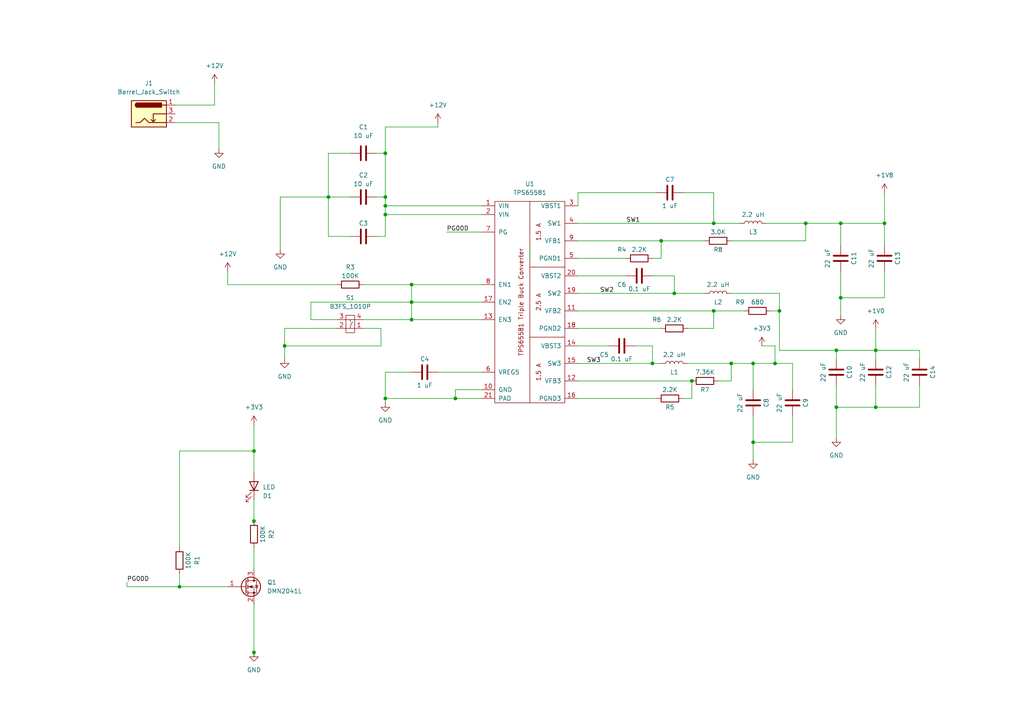
<source format=kicad_sch>
(kicad_sch (version 20230121) (generator eeschema)

  (uuid 4665e4da-2a64-4359-8688-3662ed98821a)

  (paper "A4")

  (lib_symbols
    (symbol "Connector:Barrel_Jack_Switch" (pin_names hide) (in_bom yes) (on_board yes)
      (property "Reference" "J" (at 0 5.334 0)
        (effects (font (size 1.27 1.27)))
      )
      (property "Value" "Barrel_Jack_Switch" (at 0 -5.08 0)
        (effects (font (size 1.27 1.27)))
      )
      (property "Footprint" "" (at 1.27 -1.016 0)
        (effects (font (size 1.27 1.27)) hide)
      )
      (property "Datasheet" "~" (at 1.27 -1.016 0)
        (effects (font (size 1.27 1.27)) hide)
      )
      (property "ki_keywords" "DC power barrel jack connector" (at 0 0 0)
        (effects (font (size 1.27 1.27)) hide)
      )
      (property "ki_description" "DC Barrel Jack with an internal switch" (at 0 0 0)
        (effects (font (size 1.27 1.27)) hide)
      )
      (property "ki_fp_filters" "BarrelJack*" (at 0 0 0)
        (effects (font (size 1.27 1.27)) hide)
      )
      (symbol "Barrel_Jack_Switch_0_1"
        (rectangle (start -5.08 3.81) (end 5.08 -3.81)
          (stroke (width 0.254) (type default))
          (fill (type background))
        )
        (arc (start -3.302 3.175) (mid -3.9343 2.54) (end -3.302 1.905)
          (stroke (width 0.254) (type default))
          (fill (type none))
        )
        (arc (start -3.302 3.175) (mid -3.9343 2.54) (end -3.302 1.905)
          (stroke (width 0.254) (type default))
          (fill (type outline))
        )
        (polyline
          (pts
            (xy 1.27 -2.286)
            (xy 1.905 -1.651)
          )
          (stroke (width 0.254) (type default))
          (fill (type none))
        )
        (polyline
          (pts
            (xy 5.08 2.54)
            (xy 3.81 2.54)
          )
          (stroke (width 0.254) (type default))
          (fill (type none))
        )
        (polyline
          (pts
            (xy 5.08 0)
            (xy 1.27 0)
            (xy 1.27 -2.286)
            (xy 0.635 -1.651)
          )
          (stroke (width 0.254) (type default))
          (fill (type none))
        )
        (polyline
          (pts
            (xy -3.81 -2.54)
            (xy -2.54 -2.54)
            (xy -1.27 -1.27)
            (xy 0 -2.54)
            (xy 2.54 -2.54)
            (xy 5.08 -2.54)
          )
          (stroke (width 0.254) (type default))
          (fill (type none))
        )
        (rectangle (start 3.683 3.175) (end -3.302 1.905)
          (stroke (width 0.254) (type default))
          (fill (type outline))
        )
      )
      (symbol "Barrel_Jack_Switch_1_1"
        (pin passive line (at 7.62 2.54 180) (length 2.54)
          (name "~" (effects (font (size 1.27 1.27))))
          (number "1" (effects (font (size 1.27 1.27))))
        )
        (pin passive line (at 7.62 -2.54 180) (length 2.54)
          (name "~" (effects (font (size 1.27 1.27))))
          (number "2" (effects (font (size 1.27 1.27))))
        )
        (pin passive line (at 7.62 0 180) (length 2.54)
          (name "~" (effects (font (size 1.27 1.27))))
          (number "3" (effects (font (size 1.27 1.27))))
        )
      )
    )
    (symbol "Device:C" (pin_numbers hide) (pin_names (offset 0.254)) (in_bom yes) (on_board yes)
      (property "Reference" "C" (at 0.635 2.54 0)
        (effects (font (size 1.27 1.27)) (justify left))
      )
      (property "Value" "C" (at 0.635 -2.54 0)
        (effects (font (size 1.27 1.27)) (justify left))
      )
      (property "Footprint" "" (at 0.9652 -3.81 0)
        (effects (font (size 1.27 1.27)) hide)
      )
      (property "Datasheet" "~" (at 0 0 0)
        (effects (font (size 1.27 1.27)) hide)
      )
      (property "ki_keywords" "cap capacitor" (at 0 0 0)
        (effects (font (size 1.27 1.27)) hide)
      )
      (property "ki_description" "Unpolarized capacitor" (at 0 0 0)
        (effects (font (size 1.27 1.27)) hide)
      )
      (property "ki_fp_filters" "C_*" (at 0 0 0)
        (effects (font (size 1.27 1.27)) hide)
      )
      (symbol "C_0_1"
        (polyline
          (pts
            (xy -2.032 -0.762)
            (xy 2.032 -0.762)
          )
          (stroke (width 0.508) (type default))
          (fill (type none))
        )
        (polyline
          (pts
            (xy -2.032 0.762)
            (xy 2.032 0.762)
          )
          (stroke (width 0.508) (type default))
          (fill (type none))
        )
      )
      (symbol "C_1_1"
        (pin passive line (at 0 3.81 270) (length 2.794)
          (name "~" (effects (font (size 1.27 1.27))))
          (number "1" (effects (font (size 1.27 1.27))))
        )
        (pin passive line (at 0 -3.81 90) (length 2.794)
          (name "~" (effects (font (size 1.27 1.27))))
          (number "2" (effects (font (size 1.27 1.27))))
        )
      )
    )
    (symbol "Device:L" (pin_numbers hide) (pin_names (offset 1.016) hide) (in_bom yes) (on_board yes)
      (property "Reference" "L" (at -1.27 0 90)
        (effects (font (size 1.27 1.27)))
      )
      (property "Value" "L" (at 1.905 0 90)
        (effects (font (size 1.27 1.27)))
      )
      (property "Footprint" "" (at 0 0 0)
        (effects (font (size 1.27 1.27)) hide)
      )
      (property "Datasheet" "~" (at 0 0 0)
        (effects (font (size 1.27 1.27)) hide)
      )
      (property "ki_keywords" "inductor choke coil reactor magnetic" (at 0 0 0)
        (effects (font (size 1.27 1.27)) hide)
      )
      (property "ki_description" "Inductor" (at 0 0 0)
        (effects (font (size 1.27 1.27)) hide)
      )
      (property "ki_fp_filters" "Choke_* *Coil* Inductor_* L_*" (at 0 0 0)
        (effects (font (size 1.27 1.27)) hide)
      )
      (symbol "L_0_1"
        (arc (start 0 -2.54) (mid 0.6323 -1.905) (end 0 -1.27)
          (stroke (width 0) (type default))
          (fill (type none))
        )
        (arc (start 0 -1.27) (mid 0.6323 -0.635) (end 0 0)
          (stroke (width 0) (type default))
          (fill (type none))
        )
        (arc (start 0 0) (mid 0.6323 0.635) (end 0 1.27)
          (stroke (width 0) (type default))
          (fill (type none))
        )
        (arc (start 0 1.27) (mid 0.6323 1.905) (end 0 2.54)
          (stroke (width 0) (type default))
          (fill (type none))
        )
      )
      (symbol "L_1_1"
        (pin passive line (at 0 3.81 270) (length 1.27)
          (name "1" (effects (font (size 1.27 1.27))))
          (number "1" (effects (font (size 1.27 1.27))))
        )
        (pin passive line (at 0 -3.81 90) (length 1.27)
          (name "2" (effects (font (size 1.27 1.27))))
          (number "2" (effects (font (size 1.27 1.27))))
        )
      )
    )
    (symbol "Device:LED" (pin_numbers hide) (pin_names (offset 1.016) hide) (in_bom yes) (on_board yes)
      (property "Reference" "D" (at 0 2.54 0)
        (effects (font (size 1.27 1.27)))
      )
      (property "Value" "LED" (at 0 -2.54 0)
        (effects (font (size 1.27 1.27)))
      )
      (property "Footprint" "" (at 0 0 0)
        (effects (font (size 1.27 1.27)) hide)
      )
      (property "Datasheet" "~" (at 0 0 0)
        (effects (font (size 1.27 1.27)) hide)
      )
      (property "ki_keywords" "LED diode" (at 0 0 0)
        (effects (font (size 1.27 1.27)) hide)
      )
      (property "ki_description" "Light emitting diode" (at 0 0 0)
        (effects (font (size 1.27 1.27)) hide)
      )
      (property "ki_fp_filters" "LED* LED_SMD:* LED_THT:*" (at 0 0 0)
        (effects (font (size 1.27 1.27)) hide)
      )
      (symbol "LED_0_1"
        (polyline
          (pts
            (xy -1.27 -1.27)
            (xy -1.27 1.27)
          )
          (stroke (width 0.254) (type default))
          (fill (type none))
        )
        (polyline
          (pts
            (xy -1.27 0)
            (xy 1.27 0)
          )
          (stroke (width 0) (type default))
          (fill (type none))
        )
        (polyline
          (pts
            (xy 1.27 -1.27)
            (xy 1.27 1.27)
            (xy -1.27 0)
            (xy 1.27 -1.27)
          )
          (stroke (width 0.254) (type default))
          (fill (type none))
        )
        (polyline
          (pts
            (xy -3.048 -0.762)
            (xy -4.572 -2.286)
            (xy -3.81 -2.286)
            (xy -4.572 -2.286)
            (xy -4.572 -1.524)
          )
          (stroke (width 0) (type default))
          (fill (type none))
        )
        (polyline
          (pts
            (xy -1.778 -0.762)
            (xy -3.302 -2.286)
            (xy -2.54 -2.286)
            (xy -3.302 -2.286)
            (xy -3.302 -1.524)
          )
          (stroke (width 0) (type default))
          (fill (type none))
        )
      )
      (symbol "LED_1_1"
        (pin passive line (at -3.81 0 0) (length 2.54)
          (name "K" (effects (font (size 1.27 1.27))))
          (number "1" (effects (font (size 1.27 1.27))))
        )
        (pin passive line (at 3.81 0 180) (length 2.54)
          (name "A" (effects (font (size 1.27 1.27))))
          (number "2" (effects (font (size 1.27 1.27))))
        )
      )
    )
    (symbol "Device:R" (pin_numbers hide) (pin_names (offset 0)) (in_bom yes) (on_board yes)
      (property "Reference" "R" (at 2.032 0 90)
        (effects (font (size 1.27 1.27)))
      )
      (property "Value" "R" (at 0 0 90)
        (effects (font (size 1.27 1.27)))
      )
      (property "Footprint" "" (at -1.778 0 90)
        (effects (font (size 1.27 1.27)) hide)
      )
      (property "Datasheet" "~" (at 0 0 0)
        (effects (font (size 1.27 1.27)) hide)
      )
      (property "ki_keywords" "R res resistor" (at 0 0 0)
        (effects (font (size 1.27 1.27)) hide)
      )
      (property "ki_description" "Resistor" (at 0 0 0)
        (effects (font (size 1.27 1.27)) hide)
      )
      (property "ki_fp_filters" "R_*" (at 0 0 0)
        (effects (font (size 1.27 1.27)) hide)
      )
      (symbol "R_0_1"
        (rectangle (start -1.016 -2.54) (end 1.016 2.54)
          (stroke (width 0.254) (type default))
          (fill (type none))
        )
      )
      (symbol "R_1_1"
        (pin passive line (at 0 3.81 270) (length 1.27)
          (name "~" (effects (font (size 1.27 1.27))))
          (number "1" (effects (font (size 1.27 1.27))))
        )
        (pin passive line (at 0 -3.81 90) (length 1.27)
          (name "~" (effects (font (size 1.27 1.27))))
          (number "2" (effects (font (size 1.27 1.27))))
        )
      )
    )
    (symbol "FPGA_project_partsalarm:B3FS_1010P" (pin_names (offset 1.016) hide) (in_bom yes) (on_board yes)
      (property "Reference" "S" (at 0 3.81 0)
        (effects (font (size 1.27 1.27)))
      )
      (property "Value" "B3FS_1010P" (at 0 -3.81 0)
        (effects (font (size 1.27 1.27)))
      )
      (property "Footprint" "my_parts:B3FS_1010P" (at 0 0 0)
        (effects (font (size 1.27 1.27)) hide)
      )
      (property "Datasheet" "" (at 0 0 0)
        (effects (font (size 1.27 1.27)) hide)
      )
      (symbol "B3FS_1010P_0_1"
        (rectangle (start -1.27 2.54) (end 1.27 -2.54)
          (stroke (width 0) (type solid))
          (fill (type none))
        )
        (polyline
          (pts
            (xy -1.27 -1.27)
            (xy 1.27 -1.27)
          )
          (stroke (width 0) (type solid))
          (fill (type none))
        )
        (polyline
          (pts
            (xy -1.27 1.27)
            (xy 1.27 1.27)
          )
          (stroke (width 0) (type solid))
          (fill (type none))
        )
        (polyline
          (pts
            (xy 0 1.27)
            (xy 0 0.635)
          )
          (stroke (width 0) (type solid))
          (fill (type none))
        )
        (polyline
          (pts
            (xy 0 -1.27)
            (xy 0 -0.635)
            (xy 0.635 0.635)
          )
          (stroke (width 0) (type solid))
          (fill (type none))
        )
      )
      (symbol "B3FS_1010P_1_1"
        (pin input line (at 3.81 -1.27 180) (length 2.54)
          (name "1" (effects (font (size 1.27 1.27))))
          (number "1" (effects (font (size 1.27 1.27))))
        )
        (pin input line (at -3.81 -1.27 0) (length 2.54)
          (name "2" (effects (font (size 1.27 1.27))))
          (number "2" (effects (font (size 1.27 1.27))))
        )
        (pin input line (at -3.81 1.27 0) (length 2.54)
          (name "3" (effects (font (size 1.27 1.27))))
          (number "3" (effects (font (size 1.27 1.27))))
        )
        (pin input line (at 3.81 1.27 180) (length 2.54)
          (name "4" (effects (font (size 1.27 1.27))))
          (number "4" (effects (font (size 1.27 1.27))))
        )
      )
    )
    (symbol "FPGA_project_partsalarm:TPS65581" (pin_names (offset 1.016)) (in_bom yes) (on_board yes)
      (property "Reference" "U" (at 0 30.48 0)
        (effects (font (size 1.27 1.27)))
      )
      (property "Value" "TPS65581" (at 0 -30.48 0)
        (effects (font (size 1.27 1.27)))
      )
      (property "Footprint" "Package_SO:HTSSOP-20-1EP_4.4x6.5mm_P0.65mm_EP3.4x6.5mm_Mask2.75x3.43mm_ThermalVias" (at 0 0 0)
        (effects (font (size 1.27 1.27)) hide)
      )
      (property "Datasheet" "" (at 0 0 0)
        (effects (font (size 1.27 1.27)) hide)
      )
      (symbol "TPS65581_0_0"
        (polyline
          (pts
            (xy 10.16 -10.16)
            (xy 0 -10.16)
          )
          (stroke (width 0) (type solid))
          (fill (type none))
        )
        (polyline
          (pts
            (xy 10.16 10.16)
            (xy 0 10.16)
          )
          (stroke (width 0) (type solid))
          (fill (type none))
        )
        (text "1.5 A" (at 2.54 -20.32 900)
          (effects (font (size 1.27 1.27)))
        )
        (text "1.5 A" (at 2.54 20.32 900)
          (effects (font (size 1.27 1.27)))
        )
        (text "2.5 A" (at 2.54 0 900)
          (effects (font (size 1.27 1.27)))
        )
        (text "TPS65581 Triple Buck Converter" (at -2.54 0 900)
          (effects (font (size 1.27 1.27)))
        )
      )
      (symbol "TPS65581_0_1"
        (rectangle (start -10.16 29.21) (end 10.16 -29.21)
          (stroke (width 0) (type solid))
          (fill (type none))
        )
        (polyline
          (pts
            (xy 0 29.21)
            (xy 0 -29.21)
          )
          (stroke (width 0) (type solid))
          (fill (type none))
        )
      )
      (symbol "TPS65581_1_1"
        (pin power_in line (at -13.97 27.94 0) (length 3.81)
          (name "VIN" (effects (font (size 1.27 1.27))))
          (number "1" (effects (font (size 1.27 1.27))))
        )
        (pin power_in line (at -13.97 -25.4 0) (length 3.81)
          (name "GND" (effects (font (size 1.27 1.27))))
          (number "10" (effects (font (size 1.27 1.27))))
        )
        (pin power_out line (at 13.97 -2.54 180) (length 3.81)
          (name "VFB2" (effects (font (size 1.27 1.27))))
          (number "11" (effects (font (size 1.27 1.27))))
        )
        (pin power_out line (at 13.97 -22.86 180) (length 3.81)
          (name "VFB3" (effects (font (size 1.27 1.27))))
          (number "12" (effects (font (size 1.27 1.27))))
        )
        (pin input line (at -13.97 -5.08 0) (length 3.81)
          (name "EN3" (effects (font (size 1.27 1.27))))
          (number "13" (effects (font (size 1.27 1.27))))
        )
        (pin power_out line (at 13.97 -12.7 180) (length 3.81)
          (name "VBST3" (effects (font (size 1.27 1.27))))
          (number "14" (effects (font (size 1.27 1.27))))
        )
        (pin power_out line (at 13.97 -17.78 180) (length 3.81)
          (name "SW3" (effects (font (size 1.27 1.27))))
          (number "15" (effects (font (size 1.27 1.27))))
        )
        (pin power_in line (at 13.97 -27.94 180) (length 3.81)
          (name "PGND3" (effects (font (size 1.27 1.27))))
          (number "16" (effects (font (size 1.27 1.27))))
        )
        (pin input line (at -13.97 0 0) (length 3.81)
          (name "EN2" (effects (font (size 1.27 1.27))))
          (number "17" (effects (font (size 1.27 1.27))))
        )
        (pin power_in line (at 13.97 -7.62 180) (length 3.81)
          (name "PGND2" (effects (font (size 1.27 1.27))))
          (number "18" (effects (font (size 1.27 1.27))))
        )
        (pin power_out line (at 13.97 2.54 180) (length 3.81)
          (name "SW2" (effects (font (size 1.27 1.27))))
          (number "19" (effects (font (size 1.27 1.27))))
        )
        (pin power_in line (at -13.97 25.4 0) (length 3.81)
          (name "VIN" (effects (font (size 1.27 1.27))))
          (number "2" (effects (font (size 1.27 1.27))))
        )
        (pin power_out line (at 13.97 7.62 180) (length 3.81)
          (name "VBST2" (effects (font (size 1.27 1.27))))
          (number "20" (effects (font (size 1.27 1.27))))
        )
        (pin power_in line (at -13.97 -27.94 0) (length 3.81)
          (name "PAD" (effects (font (size 1.27 1.27))))
          (number "21" (effects (font (size 1.27 1.27))))
        )
        (pin power_out line (at 13.97 27.94 180) (length 3.81)
          (name "VBST1" (effects (font (size 1.27 1.27))))
          (number "3" (effects (font (size 1.27 1.27))))
        )
        (pin power_out line (at 13.97 22.86 180) (length 3.81)
          (name "SW1" (effects (font (size 1.27 1.27))))
          (number "4" (effects (font (size 1.27 1.27))))
        )
        (pin power_in line (at 13.97 12.7 180) (length 3.81)
          (name "PGND1" (effects (font (size 1.27 1.27))))
          (number "5" (effects (font (size 1.27 1.27))))
        )
        (pin power_out line (at -13.97 -20.32 0) (length 3.81)
          (name "VREG5" (effects (font (size 1.27 1.27))))
          (number "6" (effects (font (size 1.27 1.27))))
        )
        (pin open_collector line (at -13.97 20.32 0) (length 3.81)
          (name "PG" (effects (font (size 1.27 1.27))))
          (number "7" (effects (font (size 1.27 1.27))))
        )
        (pin input line (at -13.97 5.08 0) (length 3.81)
          (name "EN1" (effects (font (size 1.27 1.27))))
          (number "8" (effects (font (size 1.27 1.27))))
        )
        (pin power_out line (at 13.97 17.78 180) (length 3.81)
          (name "VFB1" (effects (font (size 1.27 1.27))))
          (number "9" (effects (font (size 1.27 1.27))))
        )
      )
    )
    (symbol "Transistor_FET:DMN2041L" (pin_names hide) (in_bom yes) (on_board yes)
      (property "Reference" "Q" (at 5.08 1.905 0)
        (effects (font (size 1.27 1.27)) (justify left))
      )
      (property "Value" "DMN2041L" (at 5.08 0 0)
        (effects (font (size 1.27 1.27)) (justify left))
      )
      (property "Footprint" "Package_TO_SOT_SMD:SOT-23" (at 5.08 -1.905 0)
        (effects (font (size 1.27 1.27) italic) (justify left) hide)
      )
      (property "Datasheet" "https://www.diodes.com/assets/Datasheets/products_inactive_data/DMN2041L.pdf" (at 0 0 0)
        (effects (font (size 1.27 1.27)) (justify left) hide)
      )
      (property "ki_keywords" "N-Channel MOSFET" (at 0 0 0)
        (effects (font (size 1.27 1.27)) hide)
      )
      (property "ki_description" "6.4A Id, 20V Vds, N-Channel MOSFET, SOT-23" (at 0 0 0)
        (effects (font (size 1.27 1.27)) hide)
      )
      (property "ki_fp_filters" "SOT?23*" (at 0 0 0)
        (effects (font (size 1.27 1.27)) hide)
      )
      (symbol "DMN2041L_0_1"
        (polyline
          (pts
            (xy 0.254 0)
            (xy -2.54 0)
          )
          (stroke (width 0) (type default))
          (fill (type none))
        )
        (polyline
          (pts
            (xy 0.254 1.905)
            (xy 0.254 -1.905)
          )
          (stroke (width 0.254) (type default))
          (fill (type none))
        )
        (polyline
          (pts
            (xy 0.762 -1.27)
            (xy 0.762 -2.286)
          )
          (stroke (width 0.254) (type default))
          (fill (type none))
        )
        (polyline
          (pts
            (xy 0.762 0.508)
            (xy 0.762 -0.508)
          )
          (stroke (width 0.254) (type default))
          (fill (type none))
        )
        (polyline
          (pts
            (xy 0.762 2.286)
            (xy 0.762 1.27)
          )
          (stroke (width 0.254) (type default))
          (fill (type none))
        )
        (polyline
          (pts
            (xy 2.54 2.54)
            (xy 2.54 1.778)
          )
          (stroke (width 0) (type default))
          (fill (type none))
        )
        (polyline
          (pts
            (xy 2.54 -2.54)
            (xy 2.54 0)
            (xy 0.762 0)
          )
          (stroke (width 0) (type default))
          (fill (type none))
        )
        (polyline
          (pts
            (xy 0.762 -1.778)
            (xy 3.302 -1.778)
            (xy 3.302 1.778)
            (xy 0.762 1.778)
          )
          (stroke (width 0) (type default))
          (fill (type none))
        )
        (polyline
          (pts
            (xy 1.016 0)
            (xy 2.032 0.381)
            (xy 2.032 -0.381)
            (xy 1.016 0)
          )
          (stroke (width 0) (type default))
          (fill (type outline))
        )
        (polyline
          (pts
            (xy 2.794 0.508)
            (xy 2.921 0.381)
            (xy 3.683 0.381)
            (xy 3.81 0.254)
          )
          (stroke (width 0) (type default))
          (fill (type none))
        )
        (polyline
          (pts
            (xy 3.302 0.381)
            (xy 2.921 -0.254)
            (xy 3.683 -0.254)
            (xy 3.302 0.381)
          )
          (stroke (width 0) (type default))
          (fill (type none))
        )
        (circle (center 1.651 0) (radius 2.794)
          (stroke (width 0.254) (type default))
          (fill (type none))
        )
        (circle (center 2.54 -1.778) (radius 0.254)
          (stroke (width 0) (type default))
          (fill (type outline))
        )
        (circle (center 2.54 1.778) (radius 0.254)
          (stroke (width 0) (type default))
          (fill (type outline))
        )
      )
      (symbol "DMN2041L_1_1"
        (pin input line (at -5.08 0 0) (length 2.54)
          (name "G" (effects (font (size 1.27 1.27))))
          (number "1" (effects (font (size 1.27 1.27))))
        )
        (pin passive line (at 2.54 -5.08 90) (length 2.54)
          (name "S" (effects (font (size 1.27 1.27))))
          (number "2" (effects (font (size 1.27 1.27))))
        )
        (pin passive line (at 2.54 5.08 270) (length 2.54)
          (name "D" (effects (font (size 1.27 1.27))))
          (number "3" (effects (font (size 1.27 1.27))))
        )
      )
    )
    (symbol "power:+12V" (power) (pin_names (offset 0)) (in_bom yes) (on_board yes)
      (property "Reference" "#PWR" (at 0 -3.81 0)
        (effects (font (size 1.27 1.27)) hide)
      )
      (property "Value" "+12V" (at 0 3.556 0)
        (effects (font (size 1.27 1.27)))
      )
      (property "Footprint" "" (at 0 0 0)
        (effects (font (size 1.27 1.27)) hide)
      )
      (property "Datasheet" "" (at 0 0 0)
        (effects (font (size 1.27 1.27)) hide)
      )
      (property "ki_keywords" "global power" (at 0 0 0)
        (effects (font (size 1.27 1.27)) hide)
      )
      (property "ki_description" "Power symbol creates a global label with name \"+12V\"" (at 0 0 0)
        (effects (font (size 1.27 1.27)) hide)
      )
      (symbol "+12V_0_1"
        (polyline
          (pts
            (xy -0.762 1.27)
            (xy 0 2.54)
          )
          (stroke (width 0) (type default))
          (fill (type none))
        )
        (polyline
          (pts
            (xy 0 0)
            (xy 0 2.54)
          )
          (stroke (width 0) (type default))
          (fill (type none))
        )
        (polyline
          (pts
            (xy 0 2.54)
            (xy 0.762 1.27)
          )
          (stroke (width 0) (type default))
          (fill (type none))
        )
      )
      (symbol "+12V_1_1"
        (pin power_in line (at 0 0 90) (length 0) hide
          (name "+12V" (effects (font (size 1.27 1.27))))
          (number "1" (effects (font (size 1.27 1.27))))
        )
      )
    )
    (symbol "power:+1V0" (power) (pin_names (offset 0)) (in_bom yes) (on_board yes)
      (property "Reference" "#PWR" (at 0 -3.81 0)
        (effects (font (size 1.27 1.27)) hide)
      )
      (property "Value" "+1V0" (at 0 3.556 0)
        (effects (font (size 1.27 1.27)))
      )
      (property "Footprint" "" (at 0 0 0)
        (effects (font (size 1.27 1.27)) hide)
      )
      (property "Datasheet" "" (at 0 0 0)
        (effects (font (size 1.27 1.27)) hide)
      )
      (property "ki_keywords" "global power" (at 0 0 0)
        (effects (font (size 1.27 1.27)) hide)
      )
      (property "ki_description" "Power symbol creates a global label with name \"+1V0\"" (at 0 0 0)
        (effects (font (size 1.27 1.27)) hide)
      )
      (symbol "+1V0_0_1"
        (polyline
          (pts
            (xy -0.762 1.27)
            (xy 0 2.54)
          )
          (stroke (width 0) (type default))
          (fill (type none))
        )
        (polyline
          (pts
            (xy 0 0)
            (xy 0 2.54)
          )
          (stroke (width 0) (type default))
          (fill (type none))
        )
        (polyline
          (pts
            (xy 0 2.54)
            (xy 0.762 1.27)
          )
          (stroke (width 0) (type default))
          (fill (type none))
        )
      )
      (symbol "+1V0_1_1"
        (pin power_in line (at 0 0 90) (length 0) hide
          (name "+1V0" (effects (font (size 1.27 1.27))))
          (number "1" (effects (font (size 1.27 1.27))))
        )
      )
    )
    (symbol "power:+1V8" (power) (pin_names (offset 0)) (in_bom yes) (on_board yes)
      (property "Reference" "#PWR" (at 0 -3.81 0)
        (effects (font (size 1.27 1.27)) hide)
      )
      (property "Value" "+1V8" (at 0 3.556 0)
        (effects (font (size 1.27 1.27)))
      )
      (property "Footprint" "" (at 0 0 0)
        (effects (font (size 1.27 1.27)) hide)
      )
      (property "Datasheet" "" (at 0 0 0)
        (effects (font (size 1.27 1.27)) hide)
      )
      (property "ki_keywords" "global power" (at 0 0 0)
        (effects (font (size 1.27 1.27)) hide)
      )
      (property "ki_description" "Power symbol creates a global label with name \"+1V8\"" (at 0 0 0)
        (effects (font (size 1.27 1.27)) hide)
      )
      (symbol "+1V8_0_1"
        (polyline
          (pts
            (xy -0.762 1.27)
            (xy 0 2.54)
          )
          (stroke (width 0) (type default))
          (fill (type none))
        )
        (polyline
          (pts
            (xy 0 0)
            (xy 0 2.54)
          )
          (stroke (width 0) (type default))
          (fill (type none))
        )
        (polyline
          (pts
            (xy 0 2.54)
            (xy 0.762 1.27)
          )
          (stroke (width 0) (type default))
          (fill (type none))
        )
      )
      (symbol "+1V8_1_1"
        (pin power_in line (at 0 0 90) (length 0) hide
          (name "+1V8" (effects (font (size 1.27 1.27))))
          (number "1" (effects (font (size 1.27 1.27))))
        )
      )
    )
    (symbol "power:+3V3" (power) (pin_names (offset 0)) (in_bom yes) (on_board yes)
      (property "Reference" "#PWR" (at 0 -3.81 0)
        (effects (font (size 1.27 1.27)) hide)
      )
      (property "Value" "+3V3" (at 0 3.556 0)
        (effects (font (size 1.27 1.27)))
      )
      (property "Footprint" "" (at 0 0 0)
        (effects (font (size 1.27 1.27)) hide)
      )
      (property "Datasheet" "" (at 0 0 0)
        (effects (font (size 1.27 1.27)) hide)
      )
      (property "ki_keywords" "global power" (at 0 0 0)
        (effects (font (size 1.27 1.27)) hide)
      )
      (property "ki_description" "Power symbol creates a global label with name \"+3V3\"" (at 0 0 0)
        (effects (font (size 1.27 1.27)) hide)
      )
      (symbol "+3V3_0_1"
        (polyline
          (pts
            (xy -0.762 1.27)
            (xy 0 2.54)
          )
          (stroke (width 0) (type default))
          (fill (type none))
        )
        (polyline
          (pts
            (xy 0 0)
            (xy 0 2.54)
          )
          (stroke (width 0) (type default))
          (fill (type none))
        )
        (polyline
          (pts
            (xy 0 2.54)
            (xy 0.762 1.27)
          )
          (stroke (width 0) (type default))
          (fill (type none))
        )
      )
      (symbol "+3V3_1_1"
        (pin power_in line (at 0 0 90) (length 0) hide
          (name "+3V3" (effects (font (size 1.27 1.27))))
          (number "1" (effects (font (size 1.27 1.27))))
        )
      )
    )
    (symbol "power:GND" (power) (pin_names (offset 0)) (in_bom yes) (on_board yes)
      (property "Reference" "#PWR" (at 0 -6.35 0)
        (effects (font (size 1.27 1.27)) hide)
      )
      (property "Value" "GND" (at 0 -3.81 0)
        (effects (font (size 1.27 1.27)))
      )
      (property "Footprint" "" (at 0 0 0)
        (effects (font (size 1.27 1.27)) hide)
      )
      (property "Datasheet" "" (at 0 0 0)
        (effects (font (size 1.27 1.27)) hide)
      )
      (property "ki_keywords" "global power" (at 0 0 0)
        (effects (font (size 1.27 1.27)) hide)
      )
      (property "ki_description" "Power symbol creates a global label with name \"GND\" , ground" (at 0 0 0)
        (effects (font (size 1.27 1.27)) hide)
      )
      (symbol "GND_0_1"
        (polyline
          (pts
            (xy 0 0)
            (xy 0 -1.27)
            (xy 1.27 -1.27)
            (xy 0 -2.54)
            (xy -1.27 -1.27)
            (xy 0 -1.27)
          )
          (stroke (width 0) (type default))
          (fill (type none))
        )
      )
      (symbol "GND_1_1"
        (pin power_in line (at 0 0 270) (length 0) hide
          (name "GND" (effects (font (size 1.27 1.27))))
          (number "1" (effects (font (size 1.27 1.27))))
        )
      )
    )
  )

  (junction (at 189.23 105.41) (diameter 0) (color 0 0 0 0)
    (uuid 02e4d48c-207e-48f3-99f4-0ee2aca10742)
  )
  (junction (at 111.76 62.23) (diameter 0) (color 0 0 0 0)
    (uuid 0c8be7f6-3cf6-46cb-8b1a-785ac75487de)
  )
  (junction (at 200.66 110.49) (diameter 0) (color 0 0 0 0)
    (uuid 0e008039-edb4-489c-a49e-d63df36fac9f)
  )
  (junction (at 256.54 64.77) (diameter 0) (color 0 0 0 0)
    (uuid 1eba4e2c-403d-4a65-a076-e36a52cbc04b)
  )
  (junction (at 191.77 69.85) (diameter 0) (color 0 0 0 0)
    (uuid 21830519-1437-43e1-a57e-566ea809c419)
  )
  (junction (at 207.01 64.77) (diameter 0) (color 0 0 0 0)
    (uuid 2355d246-4ee0-472b-97c8-f83f2bb2dece)
  )
  (junction (at 243.84 64.77) (diameter 0) (color 0 0 0 0)
    (uuid 330a07a9-8f4e-48dc-9033-dd7a61f75583)
  )
  (junction (at 119.38 87.63) (diameter 0) (color 0 0 0 0)
    (uuid 3d6925a5-158d-45cb-b5c3-e96db4975302)
  )
  (junction (at 82.55 100.33) (diameter 0) (color 0 0 0 0)
    (uuid 3fe206e5-d5b9-49d0-bffd-1b026c9b42a0)
  )
  (junction (at 73.66 189.23) (diameter 0) (color 0 0 0 0)
    (uuid 4e5543e9-8fd3-4707-8a49-ceb6926fc618)
  )
  (junction (at 212.09 105.41) (diameter 0) (color 0 0 0 0)
    (uuid 4f582bc6-a811-482f-831e-dc778741deaa)
  )
  (junction (at 254 101.6) (diameter 0) (color 0 0 0 0)
    (uuid 52d13f4c-18b6-4d72-adfa-169bd60b38d6)
  )
  (junction (at 207.01 90.17) (diameter 0) (color 0 0 0 0)
    (uuid 5300b435-e9e7-432f-a55c-bed292d5ad78)
  )
  (junction (at 111.76 44.45) (diameter 0) (color 0 0 0 0)
    (uuid 5412452e-22c4-4461-bcc6-55a2af75cc1a)
  )
  (junction (at 111.76 57.15) (diameter 0) (color 0 0 0 0)
    (uuid 6e630b38-b217-4a55-bf7a-1d9599fe7e08)
  )
  (junction (at 52.07 170.18) (diameter 0) (color 0 0 0 0)
    (uuid 6eef0d13-73dd-4e94-bf15-037e90a5bbc8)
  )
  (junction (at 226.06 90.17) (diameter 0) (color 0 0 0 0)
    (uuid 74e59040-3ec8-4f11-a38d-80dd107874c8)
  )
  (junction (at 242.57 118.11) (diameter 0) (color 0 0 0 0)
    (uuid 914e61fb-eeeb-47c9-b6f5-bc9029aba663)
  )
  (junction (at 111.76 115.57) (diameter 0) (color 0 0 0 0)
    (uuid 9259d080-711d-4e9f-a781-c046304ce7d4)
  )
  (junction (at 254 118.11) (diameter 0) (color 0 0 0 0)
    (uuid 92e5e9dc-ad9d-48b2-a5c0-bb7fb8336fee)
  )
  (junction (at 224.79 105.41) (diameter 0) (color 0 0 0 0)
    (uuid a2b52eeb-24db-439c-b314-565d902d37ab)
  )
  (junction (at 73.66 130.81) (diameter 0) (color 0 0 0 0)
    (uuid a476d4a9-0c54-405a-8e4d-6031081c3108)
  )
  (junction (at 243.84 86.36) (diameter 0) (color 0 0 0 0)
    (uuid a7029f0e-0ad1-49f3-a550-791e1071b25a)
  )
  (junction (at 73.66 151.13) (diameter 0) (color 0 0 0 0)
    (uuid b22084d8-8727-4651-9756-d0614c657cbd)
  )
  (junction (at 233.68 64.77) (diameter 0) (color 0 0 0 0)
    (uuid b597c619-6970-47e9-abfc-e91a45f9f316)
  )
  (junction (at 111.76 59.69) (diameter 0) (color 0 0 0 0)
    (uuid b65d6aeb-ae12-4e0f-acab-c0da26a497aa)
  )
  (junction (at 242.57 101.6) (diameter 0) (color 0 0 0 0)
    (uuid bbd668a4-313b-49cb-a07e-febb75ee0ebd)
  )
  (junction (at 119.38 92.71) (diameter 0) (color 0 0 0 0)
    (uuid bcec8d1e-6a14-492a-b7b1-4917dd46e003)
  )
  (junction (at 95.25 57.15) (diameter 0) (color 0 0 0 0)
    (uuid cea67f71-06fc-4bea-8a48-0bdbc590da7b)
  )
  (junction (at 218.44 105.41) (diameter 0) (color 0 0 0 0)
    (uuid e4ce7896-3a36-4422-b009-182949623c26)
  )
  (junction (at 132.08 115.57) (diameter 0) (color 0 0 0 0)
    (uuid e6e2104d-4f88-4600-aa84-2945af2db3d9)
  )
  (junction (at 119.38 82.55) (diameter 0) (color 0 0 0 0)
    (uuid e98202a4-b5f5-4e28-bc09-164481dbe4dd)
  )
  (junction (at 195.58 85.09) (diameter 0) (color 0 0 0 0)
    (uuid f3521c35-384e-44db-a822-987235a3353e)
  )
  (junction (at 218.44 128.27) (diameter 0) (color 0 0 0 0)
    (uuid f81717a6-0b7f-4203-8443-65ef00c29a99)
  )

  (wire (pts (xy 82.55 100.33) (xy 82.55 104.14))
    (stroke (width 0) (type default))
    (uuid 005ed61e-84f9-4b7c-90f8-356395af782d)
  )
  (wire (pts (xy 111.76 107.95) (xy 111.76 115.57))
    (stroke (width 0) (type default))
    (uuid 0163d8ba-026e-44ea-b82f-e6b74f5dcbc5)
  )
  (wire (pts (xy 73.66 137.16) (xy 73.66 130.81))
    (stroke (width 0) (type default))
    (uuid 019306f9-2caf-423e-a160-32db5afa9934)
  )
  (wire (pts (xy 266.7 118.11) (xy 254 118.11))
    (stroke (width 0) (type default))
    (uuid 033435fb-a1f8-455d-b54b-498718445098)
  )
  (wire (pts (xy 254 95.25) (xy 254 101.6))
    (stroke (width 0) (type default))
    (uuid 037acdbe-ebfd-453b-ba1b-dde42417d9a1)
  )
  (wire (pts (xy 110.49 95.25) (xy 110.49 100.33))
    (stroke (width 0) (type default))
    (uuid 0561bd4a-aabf-40ed-a0fd-54f002e380f7)
  )
  (wire (pts (xy 167.64 74.93) (xy 181.61 74.93))
    (stroke (width 0) (type default))
    (uuid 08f78c30-9c94-480f-9559-bfa59c0d4245)
  )
  (wire (pts (xy 62.23 30.48) (xy 62.23 24.13))
    (stroke (width 0) (type default))
    (uuid 0b5ed036-2bb7-49e5-9efa-22127139b2f5)
  )
  (wire (pts (xy 229.87 113.03) (xy 229.87 105.41))
    (stroke (width 0) (type default))
    (uuid 0d46853e-39b0-41ba-91d0-34b86719de98)
  )
  (wire (pts (xy 95.25 57.15) (xy 101.6 57.15))
    (stroke (width 0) (type default))
    (uuid 0d55f329-9710-4d75-a469-3bc6f0ccb65e)
  )
  (wire (pts (xy 254 118.11) (xy 242.57 118.11))
    (stroke (width 0) (type default))
    (uuid 0df56dad-ee62-48c0-a102-2adc3167f027)
  )
  (wire (pts (xy 195.58 80.01) (xy 195.58 85.09))
    (stroke (width 0) (type default))
    (uuid 0e9fc69e-543b-41aa-a62d-cd4248dc39f7)
  )
  (wire (pts (xy 266.7 111.76) (xy 266.7 118.11))
    (stroke (width 0) (type default))
    (uuid 11e6ca78-85fa-4166-bb05-397924aad8d0)
  )
  (wire (pts (xy 242.57 104.14) (xy 242.57 101.6))
    (stroke (width 0) (type default))
    (uuid 135a4088-5be3-4432-8d2c-5c629e887d44)
  )
  (wire (pts (xy 119.38 82.55) (xy 139.7 82.55))
    (stroke (width 0) (type default))
    (uuid 15b667d2-d7ef-47f1-8bbb-8640bf1f1438)
  )
  (wire (pts (xy 167.64 100.33) (xy 176.53 100.33))
    (stroke (width 0) (type default))
    (uuid 172ad8eb-a4a2-44fc-a75a-174b48bf82df)
  )
  (wire (pts (xy 212.09 85.09) (xy 226.06 85.09))
    (stroke (width 0) (type default))
    (uuid 1c174cbb-2d0b-45dd-885f-fc92954cfdbd)
  )
  (wire (pts (xy 90.17 87.63) (xy 90.17 92.71))
    (stroke (width 0) (type default))
    (uuid 1cabb0c8-47ab-4bae-8206-84b6a7c2be3c)
  )
  (wire (pts (xy 243.84 64.77) (xy 243.84 71.12))
    (stroke (width 0) (type default))
    (uuid 1edbc70a-70be-42cc-b9c8-dfaeefd70af9)
  )
  (wire (pts (xy 97.79 95.25) (xy 82.55 95.25))
    (stroke (width 0) (type default))
    (uuid 1f7dfce4-2da1-4856-84d2-4c0d1547f5f6)
  )
  (wire (pts (xy 254 111.76) (xy 254 118.11))
    (stroke (width 0) (type default))
    (uuid 2017e56c-8c6f-4d43-bc41-4460d6baacda)
  )
  (wire (pts (xy 36.83 170.18) (xy 52.07 170.18))
    (stroke (width 0) (type default))
    (uuid 2045e3a2-763d-4750-a67b-b3c7721084f2)
  )
  (wire (pts (xy 224.79 105.41) (xy 218.44 105.41))
    (stroke (width 0) (type default))
    (uuid 209b139c-6205-4167-970e-3858ae3ffeb0)
  )
  (wire (pts (xy 139.7 107.95) (xy 127 107.95))
    (stroke (width 0) (type default))
    (uuid 23c03747-594b-4a12-bf68-0059b14ac540)
  )
  (wire (pts (xy 119.38 107.95) (xy 111.76 107.95))
    (stroke (width 0) (type default))
    (uuid 251d5ce5-be8d-45ed-895e-340c437ddf4a)
  )
  (wire (pts (xy 242.57 118.11) (xy 242.57 127))
    (stroke (width 0) (type default))
    (uuid 25daef4f-8857-4a8a-ad4a-b3a5ccb8aaf5)
  )
  (wire (pts (xy 207.01 55.88) (xy 207.01 64.77))
    (stroke (width 0) (type default))
    (uuid 28d6d062-80c3-4c24-b86c-979d77f6d915)
  )
  (wire (pts (xy 218.44 128.27) (xy 229.87 128.27))
    (stroke (width 0) (type default))
    (uuid 2a752af1-4339-4f43-84da-73f47689d830)
  )
  (wire (pts (xy 243.84 86.36) (xy 243.84 78.74))
    (stroke (width 0) (type default))
    (uuid 2ac35cae-268c-4114-b796-947ba52e5db5)
  )
  (wire (pts (xy 73.66 123.19) (xy 73.66 130.81))
    (stroke (width 0) (type default))
    (uuid 2f31c9b4-f498-45d1-a8fe-d3e01cdd6d26)
  )
  (wire (pts (xy 189.23 105.41) (xy 191.77 105.41))
    (stroke (width 0) (type default))
    (uuid 3054fcea-567d-47ae-b471-34005a537b6b)
  )
  (wire (pts (xy 36.83 170.18) (xy 36.83 168.91))
    (stroke (width 0) (type default))
    (uuid 34329d9d-2e02-4860-b5bc-d53db59b795c)
  )
  (wire (pts (xy 191.77 69.85) (xy 204.47 69.85))
    (stroke (width 0) (type default))
    (uuid 37e79a91-579a-4975-9a89-e42cc632b4ec)
  )
  (wire (pts (xy 66.04 82.55) (xy 66.04 78.74))
    (stroke (width 0) (type default))
    (uuid 37f19d59-be01-40ad-aef8-fd46c24b4dd1)
  )
  (wire (pts (xy 198.12 115.57) (xy 200.66 115.57))
    (stroke (width 0) (type default))
    (uuid 3a00de72-91d9-44d1-b2ef-d408d0522594)
  )
  (wire (pts (xy 207.01 64.77) (xy 214.63 64.77))
    (stroke (width 0) (type default))
    (uuid 3a4ac09e-e134-46b2-8eca-16f8900cb7d0)
  )
  (wire (pts (xy 63.5 35.56) (xy 63.5 43.18))
    (stroke (width 0) (type default))
    (uuid 3c92d513-0e45-4335-a34e-cf711cff8a34)
  )
  (wire (pts (xy 97.79 82.55) (xy 66.04 82.55))
    (stroke (width 0) (type default))
    (uuid 3e5ed276-8802-4729-9f50-460b156be254)
  )
  (wire (pts (xy 224.79 100.33) (xy 224.79 105.41))
    (stroke (width 0) (type default))
    (uuid 3eb98851-815c-4727-a7c2-3ac1c6f0c29f)
  )
  (wire (pts (xy 105.41 95.25) (xy 110.49 95.25))
    (stroke (width 0) (type default))
    (uuid 42113025-dd3e-48cd-b555-3123f87ee7ca)
  )
  (wire (pts (xy 200.66 110.49) (xy 200.66 115.57))
    (stroke (width 0) (type default))
    (uuid 46de9a39-b355-4c50-910a-2bb8812933fe)
  )
  (wire (pts (xy 191.77 74.93) (xy 191.77 69.85))
    (stroke (width 0) (type default))
    (uuid 46f5dc92-595c-4972-8316-61f5ab1f2c79)
  )
  (wire (pts (xy 212.09 105.41) (xy 212.09 110.49))
    (stroke (width 0) (type default))
    (uuid 46ffe15b-1d37-499c-9345-6a84610e0ba1)
  )
  (wire (pts (xy 229.87 120.65) (xy 229.87 128.27))
    (stroke (width 0) (type default))
    (uuid 4748e3a5-4ff3-49eb-9174-4e2236957f11)
  )
  (wire (pts (xy 167.64 64.77) (xy 207.01 64.77))
    (stroke (width 0) (type default))
    (uuid 47fe37f0-526c-45c0-ab63-e63e698e2229)
  )
  (wire (pts (xy 167.64 110.49) (xy 200.66 110.49))
    (stroke (width 0) (type default))
    (uuid 4a66f7ef-36ef-4f43-87c2-05f2c8a6a2cc)
  )
  (wire (pts (xy 139.7 113.03) (xy 132.08 113.03))
    (stroke (width 0) (type default))
    (uuid 4aafcffb-c7b8-44e1-ac9c-41d194fd243e)
  )
  (wire (pts (xy 95.25 68.58) (xy 101.6 68.58))
    (stroke (width 0) (type default))
    (uuid 4bb57a46-f362-4739-aeb1-c369773d131b)
  )
  (wire (pts (xy 256.54 78.74) (xy 256.54 86.36))
    (stroke (width 0) (type default))
    (uuid 4c91d8c6-80bd-4bdf-9718-b97a22b6a2a6)
  )
  (wire (pts (xy 189.23 100.33) (xy 189.23 105.41))
    (stroke (width 0) (type default))
    (uuid 4f74e432-ef85-49b5-a05f-509004afe683)
  )
  (wire (pts (xy 167.64 55.88) (xy 190.5 55.88))
    (stroke (width 0) (type default))
    (uuid 53f79aa8-0a86-4fed-ab78-3f64fc3fa063)
  )
  (wire (pts (xy 73.66 175.26) (xy 73.66 189.23))
    (stroke (width 0) (type default))
    (uuid 54c4da36-4cfc-4fc4-8679-8906350e7b41)
  )
  (wire (pts (xy 222.25 64.77) (xy 233.68 64.77))
    (stroke (width 0) (type default))
    (uuid 54e78aa8-6995-427c-93d7-e9e75479fd10)
  )
  (wire (pts (xy 254 101.6) (xy 266.7 101.6))
    (stroke (width 0) (type default))
    (uuid 5510b35e-c2f4-4523-a6fe-83c2bd349bd5)
  )
  (wire (pts (xy 95.25 57.15) (xy 81.28 57.15))
    (stroke (width 0) (type default))
    (uuid 56cb0f91-753c-4467-9f26-5b83d7e22b06)
  )
  (wire (pts (xy 153.67 71.12) (xy 153.67 74.93))
    (stroke (width 0) (type default))
    (uuid 57d23316-b7b9-4820-bd67-fd0b35d31100)
  )
  (wire (pts (xy 105.41 82.55) (xy 119.38 82.55))
    (stroke (width 0) (type default))
    (uuid 5946c9aa-2568-4957-aef8-ede8a1398fbb)
  )
  (wire (pts (xy 119.38 87.63) (xy 119.38 92.71))
    (stroke (width 0) (type default))
    (uuid 59874795-d514-41d9-a7a9-497b21443b75)
  )
  (wire (pts (xy 266.7 104.14) (xy 266.7 101.6))
    (stroke (width 0) (type default))
    (uuid 59da9b55-40f6-48d0-a1c3-7a4c9df176e3)
  )
  (wire (pts (xy 167.64 80.01) (xy 181.61 80.01))
    (stroke (width 0) (type default))
    (uuid 5ae0c04a-4ba7-4dc3-b193-221fb76892ef)
  )
  (wire (pts (xy 212.09 110.49) (xy 208.28 110.49))
    (stroke (width 0) (type default))
    (uuid 5c0ac73e-537e-45f9-8304-eaa55a13a38e)
  )
  (wire (pts (xy 139.7 115.57) (xy 132.08 115.57))
    (stroke (width 0) (type default))
    (uuid 5f24a9bf-ea57-4d13-a1be-540b79c59bda)
  )
  (wire (pts (xy 73.66 144.78) (xy 73.66 151.13))
    (stroke (width 0) (type default))
    (uuid 605360ed-5e81-472c-9f1c-5cbe480fc738)
  )
  (wire (pts (xy 226.06 90.17) (xy 223.52 90.17))
    (stroke (width 0) (type default))
    (uuid 6088a7ee-c0f0-4366-a151-963e753054a4)
  )
  (wire (pts (xy 73.66 189.23) (xy 73.66 190.5))
    (stroke (width 0) (type default))
    (uuid 6297aef6-9c98-4900-80a2-8df9cab2da13)
  )
  (wire (pts (xy 218.44 120.65) (xy 218.44 128.27))
    (stroke (width 0) (type default))
    (uuid 62b14bd1-22ea-4eab-9242-d1d6958f4ab5)
  )
  (wire (pts (xy 218.44 128.27) (xy 218.44 133.35))
    (stroke (width 0) (type default))
    (uuid 6541d4b4-1b21-4590-a19c-834dbb68b363)
  )
  (wire (pts (xy 95.25 57.15) (xy 95.25 68.58))
    (stroke (width 0) (type default))
    (uuid 66c2e83a-7239-459b-a2ac-9759f396d17a)
  )
  (wire (pts (xy 242.57 111.76) (xy 242.57 118.11))
    (stroke (width 0) (type default))
    (uuid 67895b2e-8390-45dd-84e5-c6f2f251e7df)
  )
  (wire (pts (xy 167.64 115.57) (xy 190.5 115.57))
    (stroke (width 0) (type default))
    (uuid 697beee6-e89e-4a69-b679-09901e4fa04c)
  )
  (wire (pts (xy 95.25 44.45) (xy 95.25 57.15))
    (stroke (width 0) (type default))
    (uuid 69d46df2-cdf1-4d74-9023-a3ed065478a4)
  )
  (wire (pts (xy 73.66 130.81) (xy 52.07 130.81))
    (stroke (width 0) (type default))
    (uuid 6bba0afa-a58f-40e6-82b3-c6670a365bc3)
  )
  (wire (pts (xy 199.39 105.41) (xy 212.09 105.41))
    (stroke (width 0) (type default))
    (uuid 6d5f757c-88ae-4168-a032-17ae6de228af)
  )
  (wire (pts (xy 111.76 62.23) (xy 111.76 68.58))
    (stroke (width 0) (type default))
    (uuid 6e92c4ec-630e-4c1e-851b-0112445a77af)
  )
  (wire (pts (xy 119.38 87.63) (xy 90.17 87.63))
    (stroke (width 0) (type default))
    (uuid 704beb29-2202-47e4-bb0a-9a0d13ef41f5)
  )
  (wire (pts (xy 109.22 57.15) (xy 111.76 57.15))
    (stroke (width 0) (type default))
    (uuid 7521c24e-a122-4300-be7a-5a20b7b21c5a)
  )
  (wire (pts (xy 82.55 95.25) (xy 82.55 100.33))
    (stroke (width 0) (type default))
    (uuid 78acd72b-1ca2-4325-b7b6-b14e7a35f31a)
  )
  (wire (pts (xy 111.76 115.57) (xy 111.76 116.84))
    (stroke (width 0) (type default))
    (uuid 7c1235d7-631c-496c-95f5-4b4f512bf6e9)
  )
  (wire (pts (xy 233.68 69.85) (xy 212.09 69.85))
    (stroke (width 0) (type default))
    (uuid 7f3dff83-1a05-4a51-8007-a02ac2b3f858)
  )
  (wire (pts (xy 254 101.6) (xy 254 104.14))
    (stroke (width 0) (type default))
    (uuid 8003bfd6-e4fd-48f6-baf2-5ad28c6c480e)
  )
  (wire (pts (xy 111.76 59.69) (xy 139.7 59.69))
    (stroke (width 0) (type default))
    (uuid 8029c8d4-1814-4290-ba28-825203f3bc8f)
  )
  (wire (pts (xy 195.58 85.09) (xy 204.47 85.09))
    (stroke (width 0) (type default))
    (uuid 81158191-ffbb-45c1-b24e-5de350fbf828)
  )
  (wire (pts (xy 129.54 67.31) (xy 139.7 67.31))
    (stroke (width 0) (type default))
    (uuid 866063c9-33bc-4447-b1b3-910370156fb5)
  )
  (wire (pts (xy 256.54 64.77) (xy 256.54 71.12))
    (stroke (width 0) (type default))
    (uuid 8b6a015a-7d99-4c12-8651-a7ec32fc0055)
  )
  (wire (pts (xy 233.68 64.77) (xy 243.84 64.77))
    (stroke (width 0) (type default))
    (uuid 8f2dce6c-8e0e-4148-8e13-3eab142ccaf0)
  )
  (wire (pts (xy 243.84 64.77) (xy 256.54 64.77))
    (stroke (width 0) (type default))
    (uuid 90104e17-71b7-47c9-977e-92ebeb21d311)
  )
  (wire (pts (xy 81.28 57.15) (xy 81.28 72.39))
    (stroke (width 0) (type default))
    (uuid 91362122-8f16-439c-8fe8-426fce4e4fb1)
  )
  (wire (pts (xy 189.23 80.01) (xy 195.58 80.01))
    (stroke (width 0) (type default))
    (uuid 92502d3b-4454-4bae-b14f-0e79761b464c)
  )
  (wire (pts (xy 256.54 86.36) (xy 243.84 86.36))
    (stroke (width 0) (type default))
    (uuid 940bc263-1526-44fe-a090-dd04d4de336a)
  )
  (wire (pts (xy 207.01 90.17) (xy 215.9 90.17))
    (stroke (width 0) (type default))
    (uuid 94a7f411-224a-465c-8d71-fcf677481460)
  )
  (wire (pts (xy 111.76 57.15) (xy 111.76 59.69))
    (stroke (width 0) (type default))
    (uuid 99591a90-fc33-4643-82b6-7ca8b6bde0b4)
  )
  (wire (pts (xy 242.57 101.6) (xy 254 101.6))
    (stroke (width 0) (type default))
    (uuid 99672d13-9e14-482d-a2c2-24836120b73b)
  )
  (wire (pts (xy 111.76 36.83) (xy 127 36.83))
    (stroke (width 0) (type default))
    (uuid 9a364a9d-6e8e-4402-8c27-0105f48f65c8)
  )
  (wire (pts (xy 82.55 100.33) (xy 110.49 100.33))
    (stroke (width 0) (type default))
    (uuid 9b186301-12ac-40f7-9534-c58c91453233)
  )
  (wire (pts (xy 111.76 44.45) (xy 111.76 57.15))
    (stroke (width 0) (type default))
    (uuid 9b86ec03-b68d-48f2-9487-ee715f8d7b29)
  )
  (wire (pts (xy 167.64 90.17) (xy 207.01 90.17))
    (stroke (width 0) (type default))
    (uuid 9db30344-d276-41ee-a215-fbcb165da4b4)
  )
  (wire (pts (xy 50.8 30.48) (xy 62.23 30.48))
    (stroke (width 0) (type default))
    (uuid 9f5d4756-474e-4aa6-ba1c-6695473f3a3b)
  )
  (wire (pts (xy 101.6 44.45) (xy 95.25 44.45))
    (stroke (width 0) (type default))
    (uuid a0c6c734-a0ec-4356-a49e-2ee69ca32a9f)
  )
  (wire (pts (xy 105.41 92.71) (xy 119.38 92.71))
    (stroke (width 0) (type default))
    (uuid a16828ad-5cfd-4e45-8f36-2b75e192db1f)
  )
  (wire (pts (xy 199.39 95.25) (xy 207.01 95.25))
    (stroke (width 0) (type default))
    (uuid a175416a-1714-46f6-bfe3-21124b6e664f)
  )
  (wire (pts (xy 66.04 170.18) (xy 52.07 170.18))
    (stroke (width 0) (type default))
    (uuid a20df6ef-4024-4f51-aace-e37f0449faf9)
  )
  (wire (pts (xy 167.64 105.41) (xy 189.23 105.41))
    (stroke (width 0) (type default))
    (uuid a664b2f9-4dfd-4c03-894f-e9dc5ba55578)
  )
  (wire (pts (xy 139.7 87.63) (xy 119.38 87.63))
    (stroke (width 0) (type default))
    (uuid a72797ff-4e16-40e2-86b8-b179a090c36f)
  )
  (wire (pts (xy 167.64 85.09) (xy 195.58 85.09))
    (stroke (width 0) (type default))
    (uuid a741a23b-12a3-43ca-950f-e923d145cdd3)
  )
  (wire (pts (xy 111.76 68.58) (xy 109.22 68.58))
    (stroke (width 0) (type default))
    (uuid a85104bb-29ad-4b36-87de-ef366e8c9f4b)
  )
  (wire (pts (xy 111.76 44.45) (xy 111.76 36.83))
    (stroke (width 0) (type default))
    (uuid a86a18dd-3f23-425f-9b3f-87cf23744066)
  )
  (wire (pts (xy 226.06 101.6) (xy 226.06 90.17))
    (stroke (width 0) (type default))
    (uuid ae7fa5dd-e10e-43e6-ae48-35a521c41f37)
  )
  (wire (pts (xy 50.8 35.56) (xy 63.5 35.56))
    (stroke (width 0) (type default))
    (uuid afc429a8-4fbc-46cf-9a87-c9d5aa1b5d00)
  )
  (wire (pts (xy 167.64 55.88) (xy 167.64 59.69))
    (stroke (width 0) (type default))
    (uuid b02a754e-10c6-457c-b146-309412b5da19)
  )
  (wire (pts (xy 90.17 92.71) (xy 97.79 92.71))
    (stroke (width 0) (type default))
    (uuid b7f3ba80-f5d1-45c5-8d88-36dcf6141a2a)
  )
  (wire (pts (xy 218.44 105.41) (xy 212.09 105.41))
    (stroke (width 0) (type default))
    (uuid bad1b9e6-5c6b-45ce-9e1d-8e923def8cc6)
  )
  (wire (pts (xy 218.44 113.03) (xy 218.44 105.41))
    (stroke (width 0) (type default))
    (uuid c227a9c1-b263-47a8-8c99-f4aae89ba510)
  )
  (wire (pts (xy 189.23 74.93) (xy 191.77 74.93))
    (stroke (width 0) (type default))
    (uuid c3cedd8d-7bb9-4d26-8399-2c58d20f7956)
  )
  (wire (pts (xy 229.87 105.41) (xy 224.79 105.41))
    (stroke (width 0) (type default))
    (uuid c4708b78-2fcb-4e8a-b9c6-d8dbd30ba88c)
  )
  (wire (pts (xy 52.07 130.81) (xy 52.07 158.75))
    (stroke (width 0) (type default))
    (uuid c8eb1f74-3f63-4b02-8721-b05e313a30b8)
  )
  (wire (pts (xy 184.15 100.33) (xy 189.23 100.33))
    (stroke (width 0) (type default))
    (uuid d134204b-2e38-4bce-9c22-ec886e82a738)
  )
  (wire (pts (xy 73.66 151.13) (xy 73.66 152.4))
    (stroke (width 0) (type default))
    (uuid d2d3fba6-5f76-41c6-a702-e20ba86a37b3)
  )
  (wire (pts (xy 73.66 158.75) (xy 73.66 165.1))
    (stroke (width 0) (type default))
    (uuid d3dade42-3267-4df6-ba70-b123cb48404f)
  )
  (wire (pts (xy 111.76 62.23) (xy 139.7 62.23))
    (stroke (width 0) (type default))
    (uuid d6c38268-8ac6-4a3f-ab6b-7d80651d2cfa)
  )
  (wire (pts (xy 220.98 100.33) (xy 224.79 100.33))
    (stroke (width 0) (type default))
    (uuid d8f51ed6-bf08-4330-9144-54bc4b171beb)
  )
  (wire (pts (xy 167.64 95.25) (xy 191.77 95.25))
    (stroke (width 0) (type default))
    (uuid d92b1805-10ed-4b3a-a15b-95a0df4ac11b)
  )
  (wire (pts (xy 167.64 69.85) (xy 191.77 69.85))
    (stroke (width 0) (type default))
    (uuid dbd3e68b-5018-444a-ad22-c215bec2b2ee)
  )
  (wire (pts (xy 233.68 64.77) (xy 233.68 69.85))
    (stroke (width 0) (type default))
    (uuid dd51a424-ec6c-495f-9a82-fb41452bef42)
  )
  (wire (pts (xy 256.54 55.88) (xy 256.54 64.77))
    (stroke (width 0) (type default))
    (uuid de04de97-192d-45ab-a4b1-24b9804f653e)
  )
  (wire (pts (xy 111.76 59.69) (xy 111.76 62.23))
    (stroke (width 0) (type default))
    (uuid df2ff6f8-3208-434d-be22-3ad132bca632)
  )
  (wire (pts (xy 243.84 91.44) (xy 243.84 86.36))
    (stroke (width 0) (type default))
    (uuid e032c4b6-ea03-495c-abbd-726a032cdc50)
  )
  (wire (pts (xy 207.01 95.25) (xy 207.01 90.17))
    (stroke (width 0) (type default))
    (uuid e0f2053f-0b42-46f1-9946-c82e9b955a8f)
  )
  (wire (pts (xy 132.08 115.57) (xy 111.76 115.57))
    (stroke (width 0) (type default))
    (uuid e5aaab35-563f-4caa-9f94-777237e504dc)
  )
  (wire (pts (xy 119.38 82.55) (xy 119.38 87.63))
    (stroke (width 0) (type default))
    (uuid ecffbc42-6d33-4e8a-ac0c-efcd9941a581)
  )
  (wire (pts (xy 119.38 92.71) (xy 139.7 92.71))
    (stroke (width 0) (type default))
    (uuid ed868b6b-3fbf-47f4-9b5e-1d7e0ce60873)
  )
  (wire (pts (xy 242.57 101.6) (xy 226.06 101.6))
    (stroke (width 0) (type default))
    (uuid f2b840c5-b4cb-418c-9dac-361e9ede82f1)
  )
  (wire (pts (xy 226.06 85.09) (xy 226.06 90.17))
    (stroke (width 0) (type default))
    (uuid f2e20d17-32ef-42b6-b873-1d5e05bc2a2d)
  )
  (wire (pts (xy 198.12 55.88) (xy 207.01 55.88))
    (stroke (width 0) (type default))
    (uuid f43e1409-22f6-4fd2-ae1b-136a485da7ba)
  )
  (wire (pts (xy 132.08 113.03) (xy 132.08 115.57))
    (stroke (width 0) (type default))
    (uuid f5eeef16-592f-4aa2-a540-38277cee3079)
  )
  (wire (pts (xy 109.22 44.45) (xy 111.76 44.45))
    (stroke (width 0) (type default))
    (uuid fac16851-5963-45bf-9906-c09e7e5ab8f8)
  )
  (wire (pts (xy 127 36.83) (xy 127 35.56))
    (stroke (width 0) (type default))
    (uuid fe3a883d-8e34-4209-9a41-cb6dc194bbc6)
  )
  (wire (pts (xy 52.07 170.18) (xy 52.07 166.37))
    (stroke (width 0) (type default))
    (uuid ff74fe51-206a-4d6c-ac28-fb8e28d0b979)
  )

  (label "PG00D" (at 129.54 67.31 0) (fields_autoplaced)
    (effects (font (size 1.27 1.27)) (justify left bottom))
    (uuid 3a82398c-61cd-4450-9c79-4aa675c35da5)
  )
  (label "SW2" (at 173.99 85.09 0) (fields_autoplaced)
    (effects (font (size 1.27 1.27)) (justify left bottom))
    (uuid 3afa1eae-e86d-4cef-9950-75cdd725195e)
  )
  (label "SW1" (at 181.61 64.77 0) (fields_autoplaced)
    (effects (font (size 1.27 1.27)) (justify left bottom))
    (uuid 4e9495e7-2cd5-494d-ab89-a72bf9bdc00f)
  )
  (label "PG00D" (at 36.83 168.91 0) (fields_autoplaced)
    (effects (font (size 1.27 1.27)) (justify left bottom))
    (uuid 974f4db0-9e4b-47b1-895f-5835bc0923f7)
  )
  (label "SW3" (at 170.18 105.41 0) (fields_autoplaced)
    (effects (font (size 1.27 1.27)) (justify left bottom))
    (uuid c1a0ef9a-b809-4e7e-b613-be83c22df019)
  )

  (symbol (lib_id "Device:C") (at 229.87 116.84 180) (unit 1)
    (in_bom yes) (on_board yes) (dnp no)
    (uuid 11eb7b13-6b0c-407e-b232-6db860b60677)
    (property "Reference" "C9" (at 233.68 116.84 90)
      (effects (font (size 1.27 1.27)))
    )
    (property "Value" "22 uF" (at 226.06 116.84 90)
      (effects (font (size 1.27 1.27)))
    )
    (property "Footprint" "Capacitor_SMD:C_0201_0603Metric" (at 228.9048 113.03 0)
      (effects (font (size 1.27 1.27)) hide)
    )
    (property "Datasheet" "~" (at 229.87 116.84 0)
      (effects (font (size 1.27 1.27)) hide)
    )
    (pin "1" (uuid 189a1622-4b57-4ecd-92fa-4624ed610f31))
    (pin "2" (uuid d96d5b49-f990-49f2-97aa-701d0ad9f05f))
    (instances
      (project "Alaram_update"
        (path "/940ff291-29cb-4a80-9b9b-a0e793852143/2f160bd7-2f8f-4ac4-8f58-8e0c46e7a15a"
          (reference "C9") (unit 1)
        )
      )
      (project "ROOT"
        (path "/fc5871dc-46ba-4451-80f6-0ae8357c9dbd"
          (reference "C15") (unit 1)
        )
        (path "/fc5871dc-46ba-4451-80f6-0ae8357c9dbd/4a3ad070-b760-40cf-98fc-bd5e5b9a12e0"
          (reference "C23") (unit 1)
        )
      )
    )
  )

  (symbol (lib_id "Device:L") (at 195.58 105.41 270) (mirror x) (unit 1)
    (in_bom yes) (on_board yes) (dnp no)
    (uuid 1211579b-56dc-4160-a2e9-b8bdcfa50583)
    (property "Reference" "L1" (at 195.58 107.95 90)
      (effects (font (size 1.27 1.27)))
    )
    (property "Value" "2.2 uH" (at 195.58 102.87 90)
      (effects (font (size 1.27 1.27)))
    )
    (property "Footprint" "Inductor_SMD:L_6.3x6.3_H3" (at 195.58 105.41 0)
      (effects (font (size 1.27 1.27)) hide)
    )
    (property "Datasheet" "~" (at 195.58 105.41 0)
      (effects (font (size 1.27 1.27)) hide)
    )
    (pin "1" (uuid 74e175eb-858a-4bef-877c-3db360a9553d))
    (pin "2" (uuid 77555645-74e8-47c0-a37a-10ae1e4992ed))
    (instances
      (project "Alaram_update"
        (path "/940ff291-29cb-4a80-9b9b-a0e793852143/2f160bd7-2f8f-4ac4-8f58-8e0c46e7a15a"
          (reference "L1") (unit 1)
        )
      )
      (project "ROOT"
        (path "/fc5871dc-46ba-4451-80f6-0ae8357c9dbd"
          (reference "L3") (unit 1)
        )
        (path "/fc5871dc-46ba-4451-80f6-0ae8357c9dbd/4a3ad070-b760-40cf-98fc-bd5e5b9a12e0"
          (reference "L4") (unit 1)
        )
      )
    )
  )

  (symbol (lib_id "power:+3V3") (at 73.66 123.19 0) (unit 1)
    (in_bom yes) (on_board yes) (dnp no) (fields_autoplaced)
    (uuid 17a71ff1-1528-4134-be55-46e7df924546)
    (property "Reference" "#PWR04" (at 73.66 127 0)
      (effects (font (size 1.27 1.27)) hide)
    )
    (property "Value" "+3V3" (at 73.66 118.11 0)
      (effects (font (size 1.27 1.27)))
    )
    (property "Footprint" "" (at 73.66 123.19 0)
      (effects (font (size 1.27 1.27)) hide)
    )
    (property "Datasheet" "" (at 73.66 123.19 0)
      (effects (font (size 1.27 1.27)) hide)
    )
    (pin "1" (uuid b48b1468-a383-478d-98b1-be106d7b494a))
    (instances
      (project "Alaram_update"
        (path "/940ff291-29cb-4a80-9b9b-a0e793852143/2f160bd7-2f8f-4ac4-8f58-8e0c46e7a15a"
          (reference "#PWR04") (unit 1)
        )
      )
      (project "ROOT"
        (path "/fc5871dc-46ba-4451-80f6-0ae8357c9dbd"
          (reference "#PWR015") (unit 1)
        )
        (path "/fc5871dc-46ba-4451-80f6-0ae8357c9dbd/4a3ad070-b760-40cf-98fc-bd5e5b9a12e0"
          (reference "#PWR019") (unit 1)
        )
      )
    )
  )

  (symbol (lib_id "Device:L") (at 218.44 64.77 270) (mirror x) (unit 1)
    (in_bom yes) (on_board yes) (dnp no)
    (uuid 192cf586-9d4a-4208-a668-47c4fa2c7876)
    (property "Reference" "L3" (at 218.44 67.31 90)
      (effects (font (size 1.27 1.27)))
    )
    (property "Value" "2.2 uH" (at 218.44 62.23 90)
      (effects (font (size 1.27 1.27)))
    )
    (property "Footprint" "Inductor_SMD:L_6.3x6.3_H3" (at 218.44 64.77 0)
      (effects (font (size 1.27 1.27)) hide)
    )
    (property "Datasheet" "~" (at 218.44 64.77 0)
      (effects (font (size 1.27 1.27)) hide)
    )
    (pin "1" (uuid 4a55af18-4be4-4637-9422-f1fef59f408a))
    (pin "2" (uuid 8292dab2-36cd-42a7-9306-e569e82fab41))
    (instances
      (project "Alaram_update"
        (path "/940ff291-29cb-4a80-9b9b-a0e793852143/2f160bd7-2f8f-4ac4-8f58-8e0c46e7a15a"
          (reference "L3") (unit 1)
        )
      )
      (project "ROOT"
        (path "/fc5871dc-46ba-4451-80f6-0ae8357c9dbd"
          (reference "L1") (unit 1)
        )
        (path "/fc5871dc-46ba-4451-80f6-0ae8357c9dbd/4a3ad070-b760-40cf-98fc-bd5e5b9a12e0"
          (reference "L6") (unit 1)
        )
      )
    )
  )

  (symbol (lib_id "power:+12V") (at 66.04 78.74 0) (unit 1)
    (in_bom yes) (on_board yes) (dnp no) (fields_autoplaced)
    (uuid 22b9757b-a76f-4636-bbcf-c0f9092292ab)
    (property "Reference" "#PWR03" (at 66.04 82.55 0)
      (effects (font (size 1.27 1.27)) hide)
    )
    (property "Value" "+12V" (at 66.04 73.66 0)
      (effects (font (size 1.27 1.27)))
    )
    (property "Footprint" "" (at 66.04 78.74 0)
      (effects (font (size 1.27 1.27)) hide)
    )
    (property "Datasheet" "" (at 66.04 78.74 0)
      (effects (font (size 1.27 1.27)) hide)
    )
    (pin "1" (uuid 6932a2d6-b5a4-407c-9612-8ef8ef364553))
    (instances
      (project "Alaram_update"
        (path "/940ff291-29cb-4a80-9b9b-a0e793852143/2f160bd7-2f8f-4ac4-8f58-8e0c46e7a15a"
          (reference "#PWR03") (unit 1)
        )
      )
      (project "ROOT"
        (path "/fc5871dc-46ba-4451-80f6-0ae8357c9dbd"
          (reference "#PWR05") (unit 1)
        )
        (path "/fc5871dc-46ba-4451-80f6-0ae8357c9dbd/4a3ad070-b760-40cf-98fc-bd5e5b9a12e0"
          (reference "#PWR018") (unit 1)
        )
      )
    )
  )

  (symbol (lib_id "Device:R") (at 185.42 74.93 270) (unit 1)
    (in_bom yes) (on_board yes) (dnp no)
    (uuid 318d0ff1-65d1-4a0a-b07d-b0e22ad6779b)
    (property "Reference" "R4" (at 180.34 72.39 90)
      (effects (font (size 1.27 1.27)))
    )
    (property "Value" "2.2K" (at 185.42 72.39 90)
      (effects (font (size 1.27 1.27)))
    )
    (property "Footprint" "Resistor_SMD:R_0201_0603Metric" (at 185.42 73.152 90)
      (effects (font (size 1.27 1.27)) hide)
    )
    (property "Datasheet" "~" (at 185.42 74.93 0)
      (effects (font (size 1.27 1.27)) hide)
    )
    (pin "1" (uuid f7a817e3-8a4c-4724-a0cc-ef0a44fcc335))
    (pin "2" (uuid 4394355a-8541-4af4-abda-f57d13459b81))
    (instances
      (project "Alaram_update"
        (path "/940ff291-29cb-4a80-9b9b-a0e793852143/2f160bd7-2f8f-4ac4-8f58-8e0c46e7a15a"
          (reference "R4") (unit 1)
        )
      )
      (project "ROOT"
        (path "/fc5871dc-46ba-4451-80f6-0ae8357c9dbd"
          (reference "R2") (unit 1)
        )
        (path "/fc5871dc-46ba-4451-80f6-0ae8357c9dbd/4a3ad070-b760-40cf-98fc-bd5e5b9a12e0"
          (reference "R2") (unit 1)
        )
      )
    )
  )

  (symbol (lib_id "power:GND") (at 243.84 91.44 0) (unit 1)
    (in_bom yes) (on_board yes) (dnp no) (fields_autoplaced)
    (uuid 38a62c98-2aae-449b-af42-30f7573491df)
    (property "Reference" "#PWR013" (at 243.84 97.79 0)
      (effects (font (size 1.27 1.27)) hide)
    )
    (property "Value" "GND" (at 243.84 96.52 0)
      (effects (font (size 1.27 1.27)))
    )
    (property "Footprint" "" (at 243.84 91.44 0)
      (effects (font (size 1.27 1.27)) hide)
    )
    (property "Datasheet" "" (at 243.84 91.44 0)
      (effects (font (size 1.27 1.27)) hide)
    )
    (pin "1" (uuid c1cb0b2d-7fe1-4127-85a7-869a2f42d295))
    (instances
      (project "Alaram_update"
        (path "/940ff291-29cb-4a80-9b9b-a0e793852143/2f160bd7-2f8f-4ac4-8f58-8e0c46e7a15a"
          (reference "#PWR013") (unit 1)
        )
      )
      (project "ROOT"
        (path "/fc5871dc-46ba-4451-80f6-0ae8357c9dbd"
          (reference "#PWR09") (unit 1)
        )
        (path "/fc5871dc-46ba-4451-80f6-0ae8357c9dbd/4a3ad070-b760-40cf-98fc-bd5e5b9a12e0"
          (reference "#PWR028") (unit 1)
        )
      )
    )
  )

  (symbol (lib_id "Device:R") (at 195.58 95.25 270) (unit 1)
    (in_bom yes) (on_board yes) (dnp no)
    (uuid 3d02ae25-db5b-471f-939a-f8d17695f8d8)
    (property "Reference" "R6" (at 190.5 92.71 90)
      (effects (font (size 1.27 1.27)))
    )
    (property "Value" "2.2K" (at 195.58 92.71 90)
      (effects (font (size 1.27 1.27)))
    )
    (property "Footprint" "Resistor_SMD:R_0201_0603Metric" (at 195.58 93.472 90)
      (effects (font (size 1.27 1.27)) hide)
    )
    (property "Datasheet" "~" (at 195.58 95.25 0)
      (effects (font (size 1.27 1.27)) hide)
    )
    (pin "1" (uuid ee428fb6-aa58-4382-ad20-c909518226d7))
    (pin "2" (uuid b6253613-86f5-44d5-b803-1a62634194bd))
    (instances
      (project "Alaram_update"
        (path "/940ff291-29cb-4a80-9b9b-a0e793852143/2f160bd7-2f8f-4ac4-8f58-8e0c46e7a15a"
          (reference "R6") (unit 1)
        )
      )
      (project "ROOT"
        (path "/fc5871dc-46ba-4451-80f6-0ae8357c9dbd"
          (reference "R3") (unit 1)
        )
        (path "/fc5871dc-46ba-4451-80f6-0ae8357c9dbd/4a3ad070-b760-40cf-98fc-bd5e5b9a12e0"
          (reference "R3") (unit 1)
        )
      )
    )
  )

  (symbol (lib_id "power:+1V0") (at 254 95.25 0) (unit 1)
    (in_bom yes) (on_board yes) (dnp no) (fields_autoplaced)
    (uuid 44d36287-6f6c-4615-89b2-52704b07d040)
    (property "Reference" "#PWR014" (at 254 99.06 0)
      (effects (font (size 1.27 1.27)) hide)
    )
    (property "Value" "+1V0" (at 254 90.17 0)
      (effects (font (size 1.27 1.27)))
    )
    (property "Footprint" "" (at 254 95.25 0)
      (effects (font (size 1.27 1.27)) hide)
    )
    (property "Datasheet" "" (at 254 95.25 0)
      (effects (font (size 1.27 1.27)) hide)
    )
    (pin "1" (uuid d7a99760-967f-4c90-a029-1a8c23563e26))
    (instances
      (project "Alaram_update"
        (path "/940ff291-29cb-4a80-9b9b-a0e793852143/2f160bd7-2f8f-4ac4-8f58-8e0c46e7a15a"
          (reference "#PWR014") (unit 1)
        )
      )
      (project "ROOT"
        (path "/fc5871dc-46ba-4451-80f6-0ae8357c9dbd"
          (reference "#PWR011") (unit 1)
        )
        (path "/fc5871dc-46ba-4451-80f6-0ae8357c9dbd/4a3ad070-b760-40cf-98fc-bd5e5b9a12e0"
          (reference "#PWR029") (unit 1)
        )
      )
    )
  )

  (symbol (lib_id "Connector:Barrel_Jack_Switch") (at 43.18 33.02 0) (unit 1)
    (in_bom yes) (on_board yes) (dnp no) (fields_autoplaced)
    (uuid 461d7b44-c2d2-40a7-9c79-0ec031598426)
    (property "Reference" "J1" (at 43.18 24.13 0)
      (effects (font (size 1.27 1.27)))
    )
    (property "Value" "Barrel_Jack_Switch" (at 43.18 26.67 0)
      (effects (font (size 1.27 1.27)))
    )
    (property "Footprint" "Connector_BarrelJack:BarrelJack_CUI_PJ-036AH-SMT_Horizontal" (at 44.45 34.036 0)
      (effects (font (size 1.27 1.27)) hide)
    )
    (property "Datasheet" "~" (at 44.45 34.036 0)
      (effects (font (size 1.27 1.27)) hide)
    )
    (pin "1" (uuid 8fe977c0-5845-488c-8666-2e0aa47c8410))
    (pin "2" (uuid 709bd8cd-c496-489b-8d14-be4a9561018b))
    (pin "3" (uuid ab27528b-c9be-4dbe-8b82-ab689de9f91a))
    (instances
      (project "Alaram_update"
        (path "/940ff291-29cb-4a80-9b9b-a0e793852143/2f160bd7-2f8f-4ac4-8f58-8e0c46e7a15a"
          (reference "J1") (unit 1)
        )
      )
      (project "ROOT"
        (path "/fc5871dc-46ba-4451-80f6-0ae8357c9dbd"
          (reference "J1") (unit 1)
        )
        (path "/fc5871dc-46ba-4451-80f6-0ae8357c9dbd/4a3ad070-b760-40cf-98fc-bd5e5b9a12e0"
          (reference "J2") (unit 1)
        )
      )
    )
  )

  (symbol (lib_id "Device:C") (at 105.41 57.15 270) (unit 1)
    (in_bom yes) (on_board yes) (dnp no)
    (uuid 47549af9-94f1-447f-9b03-d8a842108a7c)
    (property "Reference" "C2" (at 105.41 50.8 90)
      (effects (font (size 1.27 1.27)))
    )
    (property "Value" "10 uF" (at 105.41 53.34 90)
      (effects (font (size 1.27 1.27)))
    )
    (property "Footprint" "Capacitor_SMD:C_0201_0603Metric" (at 101.6 58.1152 0)
      (effects (font (size 1.27 1.27)) hide)
    )
    (property "Datasheet" "~" (at 105.41 57.15 0)
      (effects (font (size 1.27 1.27)) hide)
    )
    (pin "1" (uuid 8bb7b91d-9255-43f4-8476-e2203540c550))
    (pin "2" (uuid 4fdfbd88-856c-4bc4-8fab-3ad37b8c7f0b))
    (instances
      (project "Alaram_update"
        (path "/940ff291-29cb-4a80-9b9b-a0e793852143/2f160bd7-2f8f-4ac4-8f58-8e0c46e7a15a"
          (reference "C2") (unit 1)
        )
      )
      (project "ROOT"
        (path "/fc5871dc-46ba-4451-80f6-0ae8357c9dbd"
          (reference "C4") (unit 1)
        )
        (path "/fc5871dc-46ba-4451-80f6-0ae8357c9dbd/4a3ad070-b760-40cf-98fc-bd5e5b9a12e0"
          (reference "C8") (unit 1)
        )
      )
    )
  )

  (symbol (lib_id "Device:R") (at 52.07 162.56 180) (unit 1)
    (in_bom yes) (on_board yes) (dnp no)
    (uuid 4b89fd0c-b99f-45ed-9cb3-5855aac5122b)
    (property "Reference" "R1" (at 57.15 162.56 90)
      (effects (font (size 1.27 1.27)))
    )
    (property "Value" "100K" (at 54.61 162.56 90)
      (effects (font (size 1.27 1.27)))
    )
    (property "Footprint" "Resistor_SMD:R_0201_0603Metric" (at 53.848 162.56 90)
      (effects (font (size 1.27 1.27)) hide)
    )
    (property "Datasheet" "~" (at 52.07 162.56 0)
      (effects (font (size 1.27 1.27)) hide)
    )
    (pin "1" (uuid 285674cb-4167-4e91-9469-628301fae855))
    (pin "2" (uuid 746a86fb-fa13-4376-9207-4005094159af))
    (instances
      (project "Alaram_update"
        (path "/940ff291-29cb-4a80-9b9b-a0e793852143/2f160bd7-2f8f-4ac4-8f58-8e0c46e7a15a"
          (reference "R1") (unit 1)
        )
      )
      (project "ROOT"
        (path "/fc5871dc-46ba-4451-80f6-0ae8357c9dbd"
          (reference "R8") (unit 1)
        )
        (path "/fc5871dc-46ba-4451-80f6-0ae8357c9dbd/4a3ad070-b760-40cf-98fc-bd5e5b9a12e0"
          (reference "R10") (unit 1)
        )
      )
    )
  )

  (symbol (lib_id "Device:C") (at 105.41 44.45 270) (unit 1)
    (in_bom yes) (on_board yes) (dnp no) (fields_autoplaced)
    (uuid 511f9bd6-3d25-4615-9cc4-e068b3b9d728)
    (property "Reference" "C1" (at 105.41 36.83 90)
      (effects (font (size 1.27 1.27)))
    )
    (property "Value" "10 uF" (at 105.41 39.37 90)
      (effects (font (size 1.27 1.27)))
    )
    (property "Footprint" "Capacitor_SMD:C_0201_0603Metric" (at 101.6 45.4152 0)
      (effects (font (size 1.27 1.27)) hide)
    )
    (property "Datasheet" "~" (at 105.41 44.45 0)
      (effects (font (size 1.27 1.27)) hide)
    )
    (pin "1" (uuid a8cc997b-9b2b-46bc-8557-f2991145c1cb))
    (pin "2" (uuid a80d4aae-a815-4863-aa8f-c8aa2a6e9ebb))
    (instances
      (project "Alaram_update"
        (path "/940ff291-29cb-4a80-9b9b-a0e793852143/2f160bd7-2f8f-4ac4-8f58-8e0c46e7a15a"
          (reference "C1") (unit 1)
        )
      )
      (project "ROOT"
        (path "/fc5871dc-46ba-4451-80f6-0ae8357c9dbd"
          (reference "C3") (unit 1)
        )
        (path "/fc5871dc-46ba-4451-80f6-0ae8357c9dbd/4a3ad070-b760-40cf-98fc-bd5e5b9a12e0"
          (reference "C2") (unit 1)
        )
      )
    )
  )

  (symbol (lib_id "Device:R") (at 73.66 154.94 180) (unit 1)
    (in_bom yes) (on_board yes) (dnp no)
    (uuid 520460da-8fb8-4977-9c33-3f88531b36e1)
    (property "Reference" "R2" (at 78.74 154.94 90)
      (effects (font (size 1.27 1.27)))
    )
    (property "Value" "100K" (at 76.2 154.94 90)
      (effects (font (size 1.27 1.27)))
    )
    (property "Footprint" "Resistor_SMD:R_0201_0603Metric" (at 75.438 154.94 90)
      (effects (font (size 1.27 1.27)) hide)
    )
    (property "Datasheet" "~" (at 73.66 154.94 0)
      (effects (font (size 1.27 1.27)) hide)
    )
    (pin "1" (uuid dfd561f7-7a88-4fc8-9740-a9fe8dd9d00e))
    (pin "2" (uuid c5bc2d99-e934-4683-8359-f80ca002997a))
    (instances
      (project "Alaram_update"
        (path "/940ff291-29cb-4a80-9b9b-a0e793852143/2f160bd7-2f8f-4ac4-8f58-8e0c46e7a15a"
          (reference "R2") (unit 1)
        )
      )
      (project "ROOT"
        (path "/fc5871dc-46ba-4451-80f6-0ae8357c9dbd"
          (reference "R9") (unit 1)
        )
        (path "/fc5871dc-46ba-4451-80f6-0ae8357c9dbd/4a3ad070-b760-40cf-98fc-bd5e5b9a12e0"
          (reference "R11") (unit 1)
        )
      )
    )
  )

  (symbol (lib_id "power:+1V8") (at 256.54 55.88 0) (unit 1)
    (in_bom yes) (on_board yes) (dnp no) (fields_autoplaced)
    (uuid 5e2422cb-9374-4c72-94bf-169feb21260f)
    (property "Reference" "#PWR015" (at 256.54 59.69 0)
      (effects (font (size 1.27 1.27)) hide)
    )
    (property "Value" "+1V8" (at 256.54 50.8 0)
      (effects (font (size 1.27 1.27)))
    )
    (property "Footprint" "" (at 256.54 55.88 0)
      (effects (font (size 1.27 1.27)) hide)
    )
    (property "Datasheet" "" (at 256.54 55.88 0)
      (effects (font (size 1.27 1.27)) hide)
    )
    (pin "1" (uuid 359870b1-bd20-4838-8abd-0f388886877a))
    (instances
      (project "Alaram_update"
        (path "/940ff291-29cb-4a80-9b9b-a0e793852143/2f160bd7-2f8f-4ac4-8f58-8e0c46e7a15a"
          (reference "#PWR015") (unit 1)
        )
      )
      (project "ROOT"
        (path "/fc5871dc-46ba-4451-80f6-0ae8357c9dbd"
          (reference "#PWR08") (unit 1)
        )
        (path "/fc5871dc-46ba-4451-80f6-0ae8357c9dbd/4a3ad070-b760-40cf-98fc-bd5e5b9a12e0"
          (reference "#PWR030") (unit 1)
        )
      )
    )
  )

  (symbol (lib_id "power:+12V") (at 127 35.56 0) (unit 1)
    (in_bom yes) (on_board yes) (dnp no) (fields_autoplaced)
    (uuid 5e6cad8c-59ec-47d6-82bc-d2b9aaf6285f)
    (property "Reference" "#PWR09" (at 127 39.37 0)
      (effects (font (size 1.27 1.27)) hide)
    )
    (property "Value" "+12V" (at 127 30.48 0)
      (effects (font (size 1.27 1.27)))
    )
    (property "Footprint" "" (at 127 35.56 0)
      (effects (font (size 1.27 1.27)) hide)
    )
    (property "Datasheet" "" (at 127 35.56 0)
      (effects (font (size 1.27 1.27)) hide)
    )
    (pin "1" (uuid ae9a5359-0d40-4ff3-8d0f-bfe8d094da95))
    (instances
      (project "Alaram_update"
        (path "/940ff291-29cb-4a80-9b9b-a0e793852143/2f160bd7-2f8f-4ac4-8f58-8e0c46e7a15a"
          (reference "#PWR09") (unit 1)
        )
      )
      (project "ROOT"
        (path "/fc5871dc-46ba-4451-80f6-0ae8357c9dbd"
          (reference "#PWR04") (unit 1)
        )
        (path "/fc5871dc-46ba-4451-80f6-0ae8357c9dbd/4a3ad070-b760-40cf-98fc-bd5e5b9a12e0"
          (reference "#PWR024") (unit 1)
        )
      )
    )
  )

  (symbol (lib_id "Device:C") (at 266.7 107.95 180) (unit 1)
    (in_bom yes) (on_board yes) (dnp no)
    (uuid 61d50782-60d6-42bc-9c58-7c818089ce5a)
    (property "Reference" "C14" (at 270.51 107.95 90)
      (effects (font (size 1.27 1.27)))
    )
    (property "Value" "22 uF" (at 262.89 107.95 90)
      (effects (font (size 1.27 1.27)))
    )
    (property "Footprint" "Capacitor_SMD:C_0201_0603Metric" (at 265.7348 104.14 0)
      (effects (font (size 1.27 1.27)) hide)
    )
    (property "Datasheet" "~" (at 266.7 107.95 0)
      (effects (font (size 1.27 1.27)) hide)
    )
    (pin "1" (uuid d95ed65e-ced7-46cd-9b26-95df572e1ff1))
    (pin "2" (uuid 8d09ea18-127a-4da6-8825-aaf05269a7bc))
    (instances
      (project "Alaram_update"
        (path "/940ff291-29cb-4a80-9b9b-a0e793852143/2f160bd7-2f8f-4ac4-8f58-8e0c46e7a15a"
          (reference "C14") (unit 1)
        )
      )
      (project "ROOT"
        (path "/fc5871dc-46ba-4451-80f6-0ae8357c9dbd"
          (reference "C16") (unit 1)
        )
        (path "/fc5871dc-46ba-4451-80f6-0ae8357c9dbd/4a3ad070-b760-40cf-98fc-bd5e5b9a12e0"
          (reference "C28") (unit 1)
        )
      )
    )
  )

  (symbol (lib_id "Device:L") (at 208.28 85.09 270) (mirror x) (unit 1)
    (in_bom yes) (on_board yes) (dnp no)
    (uuid 68facd4f-c930-4538-8604-bfed02a8ade6)
    (property "Reference" "L2" (at 208.28 87.63 90)
      (effects (font (size 1.27 1.27)))
    )
    (property "Value" "2.2 uH" (at 208.28 82.55 90)
      (effects (font (size 1.27 1.27)))
    )
    (property "Footprint" "Inductor_SMD:L_6.3x6.3_H3" (at 208.28 85.09 0)
      (effects (font (size 1.27 1.27)) hide)
    )
    (property "Datasheet" "~" (at 208.28 85.09 0)
      (effects (font (size 1.27 1.27)) hide)
    )
    (pin "1" (uuid d51ec5f1-8910-4314-9258-ac80ff1a39f2))
    (pin "2" (uuid 139ef58a-bf96-4a67-a6b9-3da2724063f8))
    (instances
      (project "Alaram_update"
        (path "/940ff291-29cb-4a80-9b9b-a0e793852143/2f160bd7-2f8f-4ac4-8f58-8e0c46e7a15a"
          (reference "L2") (unit 1)
        )
      )
      (project "ROOT"
        (path "/fc5871dc-46ba-4451-80f6-0ae8357c9dbd"
          (reference "L2") (unit 1)
        )
        (path "/fc5871dc-46ba-4451-80f6-0ae8357c9dbd/4a3ad070-b760-40cf-98fc-bd5e5b9a12e0"
          (reference "L5") (unit 1)
        )
      )
    )
  )

  (symbol (lib_id "Device:R") (at 194.31 115.57 270) (unit 1)
    (in_bom yes) (on_board yes) (dnp no)
    (uuid 6a7530e3-37b6-4a07-a28b-fd8966d145cc)
    (property "Reference" "R5" (at 194.31 118.11 90)
      (effects (font (size 1.27 1.27)))
    )
    (property "Value" "2.2K" (at 194.31 113.03 90)
      (effects (font (size 1.27 1.27)))
    )
    (property "Footprint" "Resistor_SMD:R_0201_0603Metric" (at 194.31 113.792 90)
      (effects (font (size 1.27 1.27)) hide)
    )
    (property "Datasheet" "~" (at 194.31 115.57 0)
      (effects (font (size 1.27 1.27)) hide)
    )
    (pin "1" (uuid ddc5ae00-008c-40a2-b893-a7948e77f768))
    (pin "2" (uuid ae6c5dda-c757-49fa-ab0b-5db0a5035e0e))
    (instances
      (project "Alaram_update"
        (path "/940ff291-29cb-4a80-9b9b-a0e793852143/2f160bd7-2f8f-4ac4-8f58-8e0c46e7a15a"
          (reference "R5") (unit 1)
        )
      )
      (project "ROOT"
        (path "/fc5871dc-46ba-4451-80f6-0ae8357c9dbd"
          (reference "R4") (unit 1)
        )
        (path "/fc5871dc-46ba-4451-80f6-0ae8357c9dbd/4a3ad070-b760-40cf-98fc-bd5e5b9a12e0"
          (reference "R14") (unit 1)
        )
      )
    )
  )

  (symbol (lib_id "power:GND") (at 111.76 116.84 0) (unit 1)
    (in_bom yes) (on_board yes) (dnp no) (fields_autoplaced)
    (uuid 6ed4695d-c9d7-472a-97bf-bb9fde5a5668)
    (property "Reference" "#PWR08" (at 111.76 123.19 0)
      (effects (font (size 1.27 1.27)) hide)
    )
    (property "Value" "GND" (at 111.76 121.92 0)
      (effects (font (size 1.27 1.27)))
    )
    (property "Footprint" "" (at 111.76 116.84 0)
      (effects (font (size 1.27 1.27)) hide)
    )
    (property "Datasheet" "" (at 111.76 116.84 0)
      (effects (font (size 1.27 1.27)) hide)
    )
    (pin "1" (uuid b9a30d89-72be-4282-b1be-cad6b5cd15ea))
    (instances
      (project "Alaram_update"
        (path "/940ff291-29cb-4a80-9b9b-a0e793852143/2f160bd7-2f8f-4ac4-8f58-8e0c46e7a15a"
          (reference "#PWR08") (unit 1)
        )
      )
      (project "ROOT"
        (path "/fc5871dc-46ba-4451-80f6-0ae8357c9dbd"
          (reference "#PWR07") (unit 1)
        )
        (path "/fc5871dc-46ba-4451-80f6-0ae8357c9dbd/4a3ad070-b760-40cf-98fc-bd5e5b9a12e0"
          (reference "#PWR023") (unit 1)
        )
      )
    )
  )

  (symbol (lib_id "Transistor_FET:DMN2041L") (at 71.12 170.18 0) (unit 1)
    (in_bom yes) (on_board yes) (dnp no) (fields_autoplaced)
    (uuid 74fd9f37-5ff8-409d-995c-7ae3870ee316)
    (property "Reference" "Q1" (at 77.47 168.91 0)
      (effects (font (size 1.27 1.27)) (justify left))
    )
    (property "Value" "DMN2041L" (at 77.47 171.45 0)
      (effects (font (size 1.27 1.27)) (justify left))
    )
    (property "Footprint" "Package_TO_SOT_SMD:SOT-23" (at 76.2 172.085 0)
      (effects (font (size 1.27 1.27) italic) (justify left) hide)
    )
    (property "Datasheet" "https://www.diodes.com/assets/Datasheets/products_inactive_data/DMN2041L.pdf" (at 71.12 170.18 0)
      (effects (font (size 1.27 1.27)) (justify left) hide)
    )
    (pin "1" (uuid afc71b64-c7ba-48f2-aa22-494762e3fc30))
    (pin "2" (uuid bde4092a-44a6-4c6f-bf66-0e2e8b503ea6))
    (pin "3" (uuid 7fa812e8-d6a4-491e-bd9e-d5eff16f12cc))
    (instances
      (project "Alaram_update"
        (path "/940ff291-29cb-4a80-9b9b-a0e793852143/2f160bd7-2f8f-4ac4-8f58-8e0c46e7a15a"
          (reference "Q1") (unit 1)
        )
      )
      (project "ROOT"
        (path "/fc5871dc-46ba-4451-80f6-0ae8357c9dbd"
          (reference "Q1") (unit 1)
        )
        (path "/fc5871dc-46ba-4451-80f6-0ae8357c9dbd/4a3ad070-b760-40cf-98fc-bd5e5b9a12e0"
          (reference "Q2") (unit 1)
        )
      )
    )
  )

  (symbol (lib_id "power:GND") (at 242.57 127 0) (unit 1)
    (in_bom yes) (on_board yes) (dnp no) (fields_autoplaced)
    (uuid 7c7a703f-f54b-4ab8-89e3-338ee2113829)
    (property "Reference" "#PWR012" (at 242.57 133.35 0)
      (effects (font (size 1.27 1.27)) hide)
    )
    (property "Value" "GND" (at 242.57 132.08 0)
      (effects (font (size 1.27 1.27)))
    )
    (property "Footprint" "" (at 242.57 127 0)
      (effects (font (size 1.27 1.27)) hide)
    )
    (property "Datasheet" "" (at 242.57 127 0)
      (effects (font (size 1.27 1.27)) hide)
    )
    (pin "1" (uuid 504c7763-e76f-4521-8e18-bbb6e3be0ca9))
    (instances
      (project "Alaram_update"
        (path "/940ff291-29cb-4a80-9b9b-a0e793852143/2f160bd7-2f8f-4ac4-8f58-8e0c46e7a15a"
          (reference "#PWR012") (unit 1)
        )
      )
      (project "ROOT"
        (path "/fc5871dc-46ba-4451-80f6-0ae8357c9dbd"
          (reference "#PWR010") (unit 1)
        )
        (path "/fc5871dc-46ba-4451-80f6-0ae8357c9dbd/4a3ad070-b760-40cf-98fc-bd5e5b9a12e0"
          (reference "#PWR027") (unit 1)
        )
      )
    )
  )

  (symbol (lib_id "Device:C") (at 242.57 107.95 180) (unit 1)
    (in_bom yes) (on_board yes) (dnp no)
    (uuid 7f4e4b20-a205-4b95-bf6f-e4b9d4b43855)
    (property "Reference" "C10" (at 246.38 107.95 90)
      (effects (font (size 1.27 1.27)))
    )
    (property "Value" "22 uF" (at 238.76 107.95 90)
      (effects (font (size 1.27 1.27)))
    )
    (property "Footprint" "Capacitor_SMD:C_0201_0603Metric" (at 241.6048 104.14 0)
      (effects (font (size 1.27 1.27)) hide)
    )
    (property "Datasheet" "~" (at 242.57 107.95 0)
      (effects (font (size 1.27 1.27)) hide)
    )
    (pin "1" (uuid 8d95ac4b-95d0-463e-a96b-60713ad6c5e1))
    (pin "2" (uuid 74e5bda0-1f71-4997-9991-c9f75e3561de))
    (instances
      (project "Alaram_update"
        (path "/940ff291-29cb-4a80-9b9b-a0e793852143/2f160bd7-2f8f-4ac4-8f58-8e0c46e7a15a"
          (reference "C10") (unit 1)
        )
      )
      (project "ROOT"
        (path "/fc5871dc-46ba-4451-80f6-0ae8357c9dbd"
          (reference "C11") (unit 1)
        )
        (path "/fc5871dc-46ba-4451-80f6-0ae8357c9dbd/4a3ad070-b760-40cf-98fc-bd5e5b9a12e0"
          (reference "C24") (unit 1)
        )
      )
    )
  )

  (symbol (lib_id "power:+12V") (at 62.23 24.13 0) (unit 1)
    (in_bom yes) (on_board yes) (dnp no) (fields_autoplaced)
    (uuid 852ef725-d979-48d0-af31-d8554eb36301)
    (property "Reference" "#PWR01" (at 62.23 27.94 0)
      (effects (font (size 1.27 1.27)) hide)
    )
    (property "Value" "+12V" (at 62.23 19.05 0)
      (effects (font (size 1.27 1.27)))
    )
    (property "Footprint" "" (at 62.23 24.13 0)
      (effects (font (size 1.27 1.27)) hide)
    )
    (property "Datasheet" "" (at 62.23 24.13 0)
      (effects (font (size 1.27 1.27)) hide)
    )
    (pin "1" (uuid dc4b5890-1027-4870-9063-d26c60624d64))
    (instances
      (project "Alaram_update"
        (path "/940ff291-29cb-4a80-9b9b-a0e793852143/2f160bd7-2f8f-4ac4-8f58-8e0c46e7a15a"
          (reference "#PWR01") (unit 1)
        )
      )
      (project "ROOT"
        (path "/fc5871dc-46ba-4451-80f6-0ae8357c9dbd"
          (reference "#PWR01") (unit 1)
        )
        (path "/fc5871dc-46ba-4451-80f6-0ae8357c9dbd/4a3ad070-b760-40cf-98fc-bd5e5b9a12e0"
          (reference "#PWR016") (unit 1)
        )
      )
    )
  )

  (symbol (lib_id "Device:R") (at 204.47 110.49 270) (unit 1)
    (in_bom yes) (on_board yes) (dnp no)
    (uuid 8555e20b-7cce-4f51-9c49-3d549c36f978)
    (property "Reference" "R7" (at 204.47 113.03 90)
      (effects (font (size 1.27 1.27)))
    )
    (property "Value" "7.36K" (at 204.47 107.95 90)
      (effects (font (size 1.27 1.27)))
    )
    (property "Footprint" "Resistor_SMD:R_0201_0603Metric" (at 204.47 108.712 90)
      (effects (font (size 1.27 1.27)) hide)
    )
    (property "Datasheet" "~" (at 204.47 110.49 0)
      (effects (font (size 1.27 1.27)) hide)
    )
    (pin "1" (uuid 98a0f068-813f-4d77-a8c0-5e2894496680))
    (pin "2" (uuid d8ebc8e0-dc35-497c-a35a-291a027dc7f9))
    (instances
      (project "Alaram_update"
        (path "/940ff291-29cb-4a80-9b9b-a0e793852143/2f160bd7-2f8f-4ac4-8f58-8e0c46e7a15a"
          (reference "R7") (unit 1)
        )
      )
      (project "ROOT"
        (path "/fc5871dc-46ba-4451-80f6-0ae8357c9dbd"
          (reference "R7") (unit 1)
        )
        (path "/fc5871dc-46ba-4451-80f6-0ae8357c9dbd/4a3ad070-b760-40cf-98fc-bd5e5b9a12e0"
          (reference "R7") (unit 1)
        )
      )
    )
  )

  (symbol (lib_id "Device:C") (at 243.84 74.93 180) (unit 1)
    (in_bom yes) (on_board yes) (dnp no)
    (uuid 8a09bb59-331d-4ea5-b012-1f4a470021f8)
    (property "Reference" "C11" (at 247.65 74.93 90)
      (effects (font (size 1.27 1.27)))
    )
    (property "Value" "22 uF" (at 240.03 74.93 90)
      (effects (font (size 1.27 1.27)))
    )
    (property "Footprint" "Capacitor_SMD:C_0201_0603Metric" (at 242.8748 71.12 0)
      (effects (font (size 1.27 1.27)) hide)
    )
    (property "Datasheet" "~" (at 243.84 74.93 0)
      (effects (font (size 1.27 1.27)) hide)
    )
    (pin "1" (uuid d4925683-fe6e-4a1f-8fac-84eaf502ff91))
    (pin "2" (uuid 8c9318b7-84ef-47b3-b250-36ace1b8fcb7))
    (instances
      (project "Alaram_update"
        (path "/940ff291-29cb-4a80-9b9b-a0e793852143/2f160bd7-2f8f-4ac4-8f58-8e0c46e7a15a"
          (reference "C11") (unit 1)
        )
      )
      (project "ROOT"
        (path "/fc5871dc-46ba-4451-80f6-0ae8357c9dbd"
          (reference "C10") (unit 1)
        )
        (path "/fc5871dc-46ba-4451-80f6-0ae8357c9dbd/4a3ad070-b760-40cf-98fc-bd5e5b9a12e0"
          (reference "C25") (unit 1)
        )
      )
    )
  )

  (symbol (lib_id "Device:C") (at 256.54 74.93 180) (unit 1)
    (in_bom yes) (on_board yes) (dnp no)
    (uuid 8a446ff0-4dbe-4907-9be1-602dd74a4173)
    (property "Reference" "C13" (at 260.35 74.93 90)
      (effects (font (size 1.27 1.27)))
    )
    (property "Value" "22 uF" (at 252.73 74.93 90)
      (effects (font (size 1.27 1.27)))
    )
    (property "Footprint" "Capacitor_SMD:C_0201_0603Metric" (at 255.5748 71.12 0)
      (effects (font (size 1.27 1.27)) hide)
    )
    (property "Datasheet" "~" (at 256.54 74.93 0)
      (effects (font (size 1.27 1.27)) hide)
    )
    (pin "1" (uuid ae87325d-93b3-4537-bd51-0feec76720dd))
    (pin "2" (uuid bbe871fa-d8de-448e-bdde-2e9652bea12b))
    (instances
      (project "Alaram_update"
        (path "/940ff291-29cb-4a80-9b9b-a0e793852143/2f160bd7-2f8f-4ac4-8f58-8e0c46e7a15a"
          (reference "C13") (unit 1)
        )
      )
      (project "ROOT"
        (path "/fc5871dc-46ba-4451-80f6-0ae8357c9dbd"
          (reference "C13") (unit 1)
        )
        (path "/fc5871dc-46ba-4451-80f6-0ae8357c9dbd/4a3ad070-b760-40cf-98fc-bd5e5b9a12e0"
          (reference "C27") (unit 1)
        )
      )
    )
  )

  (symbol (lib_id "Device:C") (at 105.41 68.58 270) (unit 1)
    (in_bom yes) (on_board yes) (dnp no)
    (uuid 8bf599b5-8c91-47bc-a0d5-259abbe06bda)
    (property "Reference" "C3" (at 105.41 64.77 90)
      (effects (font (size 1.27 1.27)))
    )
    (property "Value" "C5" (at 101.6 66.04 90)
      (effects (font (size 1.27 1.27)) hide)
    )
    (property "Footprint" "Capacitor_SMD:C_0201_0603Metric" (at 101.6 69.5452 0)
      (effects (font (size 1.27 1.27)) hide)
    )
    (property "Datasheet" "~" (at 105.41 68.58 0)
      (effects (font (size 1.27 1.27)) hide)
    )
    (pin "1" (uuid 2e752de6-a215-4018-a741-f3f7e19d0cd4))
    (pin "2" (uuid 2f5d8c5d-02f3-4368-a31f-90b27248792f))
    (instances
      (project "Alaram_update"
        (path "/940ff291-29cb-4a80-9b9b-a0e793852143/2f160bd7-2f8f-4ac4-8f58-8e0c46e7a15a"
          (reference "C3") (unit 1)
        )
      )
      (project "ROOT"
        (path "/fc5871dc-46ba-4451-80f6-0ae8357c9dbd"
          (reference "C5") (unit 1)
        )
        (path "/fc5871dc-46ba-4451-80f6-0ae8357c9dbd/4a3ad070-b760-40cf-98fc-bd5e5b9a12e0"
          (reference "C17") (unit 1)
        )
      )
    )
  )

  (symbol (lib_id "power:GND") (at 218.44 133.35 0) (unit 1)
    (in_bom yes) (on_board yes) (dnp no) (fields_autoplaced)
    (uuid 8ec62c64-1da3-41f7-98f6-9c5c89ebf83b)
    (property "Reference" "#PWR010" (at 218.44 139.7 0)
      (effects (font (size 1.27 1.27)) hide)
    )
    (property "Value" "GND" (at 218.44 138.43 0)
      (effects (font (size 1.27 1.27)))
    )
    (property "Footprint" "" (at 218.44 133.35 0)
      (effects (font (size 1.27 1.27)) hide)
    )
    (property "Datasheet" "" (at 218.44 133.35 0)
      (effects (font (size 1.27 1.27)) hide)
    )
    (pin "1" (uuid d0e89e88-97d8-426e-ae7a-99fd2fbcc1c5))
    (instances
      (project "Alaram_update"
        (path "/940ff291-29cb-4a80-9b9b-a0e793852143/2f160bd7-2f8f-4ac4-8f58-8e0c46e7a15a"
          (reference "#PWR010") (unit 1)
        )
      )
      (project "ROOT"
        (path "/fc5871dc-46ba-4451-80f6-0ae8357c9dbd"
          (reference "#PWR012") (unit 1)
        )
        (path "/fc5871dc-46ba-4451-80f6-0ae8357c9dbd/4a3ad070-b760-40cf-98fc-bd5e5b9a12e0"
          (reference "#PWR025") (unit 1)
        )
      )
    )
  )

  (symbol (lib_id "Device:R") (at 208.28 69.85 270) (unit 1)
    (in_bom yes) (on_board yes) (dnp no)
    (uuid 9a84db0b-a030-4e7b-b1ed-f5642f70f30f)
    (property "Reference" "R8" (at 208.28 72.39 90)
      (effects (font (size 1.27 1.27)))
    )
    (property "Value" "3.0K" (at 208.28 67.31 90)
      (effects (font (size 1.27 1.27)))
    )
    (property "Footprint" "Resistor_SMD:R_0201_0603Metric" (at 208.28 68.072 90)
      (effects (font (size 1.27 1.27)) hide)
    )
    (property "Datasheet" "~" (at 208.28 69.85 0)
      (effects (font (size 1.27 1.27)) hide)
    )
    (pin "1" (uuid c42d70e1-b270-41a7-8749-31091c317d6e))
    (pin "2" (uuid 3b5d92bf-ff7e-4b61-bc9e-8506f77e80e1))
    (instances
      (project "Alaram_update"
        (path "/940ff291-29cb-4a80-9b9b-a0e793852143/2f160bd7-2f8f-4ac4-8f58-8e0c46e7a15a"
          (reference "R8") (unit 1)
        )
      )
      (project "ROOT"
        (path "/fc5871dc-46ba-4451-80f6-0ae8357c9dbd"
          (reference "R5") (unit 1)
        )
        (path "/fc5871dc-46ba-4451-80f6-0ae8357c9dbd/4a3ad070-b760-40cf-98fc-bd5e5b9a12e0"
          (reference "R5") (unit 1)
        )
      )
    )
  )

  (symbol (lib_id "Device:C") (at 180.34 100.33 270) (unit 1)
    (in_bom yes) (on_board yes) (dnp no)
    (uuid 9eb4de12-1382-4c39-82de-b6ff07d0e906)
    (property "Reference" "C5" (at 175.26 102.87 90)
      (effects (font (size 1.27 1.27)))
    )
    (property "Value" "0.1 uF" (at 180.34 104.14 90)
      (effects (font (size 1.27 1.27)))
    )
    (property "Footprint" "Capacitor_SMD:C_0201_0603Metric" (at 176.53 101.2952 0)
      (effects (font (size 1.27 1.27)) hide)
    )
    (property "Datasheet" "~" (at 180.34 100.33 0)
      (effects (font (size 1.27 1.27)) hide)
    )
    (pin "1" (uuid 9eac0cec-32bf-4b18-b224-b6326e0afefd))
    (pin "2" (uuid 94adc087-c002-4788-9707-ea0ea55e8459))
    (instances
      (project "Alaram_update"
        (path "/940ff291-29cb-4a80-9b9b-a0e793852143/2f160bd7-2f8f-4ac4-8f58-8e0c46e7a15a"
          (reference "C5") (unit 1)
        )
      )
      (project "ROOT"
        (path "/fc5871dc-46ba-4451-80f6-0ae8357c9dbd"
          (reference "C7") (unit 1)
        )
        (path "/fc5871dc-46ba-4451-80f6-0ae8357c9dbd/4a3ad070-b760-40cf-98fc-bd5e5b9a12e0"
          (reference "C19") (unit 1)
        )
      )
    )
  )

  (symbol (lib_id "power:GND") (at 82.55 104.14 0) (unit 1)
    (in_bom yes) (on_board yes) (dnp no) (fields_autoplaced)
    (uuid a1e857e5-e0ce-4c64-9038-bbab6c15095d)
    (property "Reference" "#PWR07" (at 82.55 110.49 0)
      (effects (font (size 1.27 1.27)) hide)
    )
    (property "Value" "GND" (at 82.55 109.22 0)
      (effects (font (size 1.27 1.27)))
    )
    (property "Footprint" "" (at 82.55 104.14 0)
      (effects (font (size 1.27 1.27)) hide)
    )
    (property "Datasheet" "" (at 82.55 104.14 0)
      (effects (font (size 1.27 1.27)) hide)
    )
    (pin "1" (uuid 42f74d23-723b-43ce-8634-162e9c4f218d))
    (instances
      (project "Alaram_update"
        (path "/940ff291-29cb-4a80-9b9b-a0e793852143/2f160bd7-2f8f-4ac4-8f58-8e0c46e7a15a"
          (reference "#PWR07") (unit 1)
        )
      )
      (project "ROOT"
        (path "/fc5871dc-46ba-4451-80f6-0ae8357c9dbd"
          (reference "#PWR06") (unit 1)
        )
        (path "/fc5871dc-46ba-4451-80f6-0ae8357c9dbd/4a3ad070-b760-40cf-98fc-bd5e5b9a12e0"
          (reference "#PWR022") (unit 1)
        )
      )
    )
  )

  (symbol (lib_id "power:GND") (at 73.66 189.23 0) (unit 1)
    (in_bom yes) (on_board yes) (dnp no) (fields_autoplaced)
    (uuid a9c43643-2cbc-4faf-9ba6-7dbedd48d542)
    (property "Reference" "#PWR05" (at 73.66 195.58 0)
      (effects (font (size 1.27 1.27)) hide)
    )
    (property "Value" "GND" (at 73.66 194.31 0)
      (effects (font (size 1.27 1.27)))
    )
    (property "Footprint" "" (at 73.66 189.23 0)
      (effects (font (size 1.27 1.27)) hide)
    )
    (property "Datasheet" "" (at 73.66 189.23 0)
      (effects (font (size 1.27 1.27)) hide)
    )
    (pin "1" (uuid 755df7d5-8d12-40fa-a21b-d8be9c9f00ef))
    (instances
      (project "Alaram_update"
        (path "/940ff291-29cb-4a80-9b9b-a0e793852143/2f160bd7-2f8f-4ac4-8f58-8e0c46e7a15a"
          (reference "#PWR05") (unit 1)
        )
      )
      (project "ROOT"
        (path "/fc5871dc-46ba-4451-80f6-0ae8357c9dbd"
          (reference "#PWR014") (unit 1)
        )
        (path "/fc5871dc-46ba-4451-80f6-0ae8357c9dbd/4a3ad070-b760-40cf-98fc-bd5e5b9a12e0"
          (reference "#PWR020") (unit 1)
        )
      )
    )
  )

  (symbol (lib_id "Device:C") (at 185.42 80.01 270) (unit 1)
    (in_bom yes) (on_board yes) (dnp no)
    (uuid aa63ed12-9c7d-4219-a37b-39ee03991fec)
    (property "Reference" "C6" (at 180.34 82.55 90)
      (effects (font (size 1.27 1.27)))
    )
    (property "Value" "0.1 uF" (at 185.42 83.82 90)
      (effects (font (size 1.27 1.27)))
    )
    (property "Footprint" "Capacitor_SMD:C_0201_0603Metric" (at 181.61 80.9752 0)
      (effects (font (size 1.27 1.27)) hide)
    )
    (property "Datasheet" "~" (at 185.42 80.01 0)
      (effects (font (size 1.27 1.27)) hide)
    )
    (pin "1" (uuid d698e9c3-2965-4cbe-8235-ae1d6bae4df5))
    (pin "2" (uuid 2b2586f9-863e-4d4a-aed5-5088141d9b03))
    (instances
      (project "Alaram_update"
        (path "/940ff291-29cb-4a80-9b9b-a0e793852143/2f160bd7-2f8f-4ac4-8f58-8e0c46e7a15a"
          (reference "C6") (unit 1)
        )
      )
      (project "ROOT"
        (path "/fc5871dc-46ba-4451-80f6-0ae8357c9dbd"
          (reference "C9") (unit 1)
        )
        (path "/fc5871dc-46ba-4451-80f6-0ae8357c9dbd/4a3ad070-b760-40cf-98fc-bd5e5b9a12e0"
          (reference "C20") (unit 1)
        )
      )
    )
  )

  (symbol (lib_id "Device:C") (at 123.19 107.95 270) (unit 1)
    (in_bom yes) (on_board yes) (dnp no)
    (uuid b15b296c-0ee2-40af-83b9-80b3567cf94e)
    (property "Reference" "C4" (at 123.19 104.14 90)
      (effects (font (size 1.27 1.27)))
    )
    (property "Value" "1 uF" (at 123.19 111.76 90)
      (effects (font (size 1.27 1.27)))
    )
    (property "Footprint" "Capacitor_SMD:C_0201_0603Metric" (at 119.38 108.9152 0)
      (effects (font (size 1.27 1.27)) hide)
    )
    (property "Datasheet" "~" (at 123.19 107.95 0)
      (effects (font (size 1.27 1.27)) hide)
    )
    (pin "1" (uuid 06c6fa5e-1e3b-4599-9c3d-dd0682c848a4))
    (pin "2" (uuid b7a9630f-596e-4ab8-8b2d-3c8cebb56aab))
    (instances
      (project "Alaram_update"
        (path "/940ff291-29cb-4a80-9b9b-a0e793852143/2f160bd7-2f8f-4ac4-8f58-8e0c46e7a15a"
          (reference "C4") (unit 1)
        )
      )
      (project "ROOT"
        (path "/fc5871dc-46ba-4451-80f6-0ae8357c9dbd"
          (reference "C6") (unit 1)
        )
        (path "/fc5871dc-46ba-4451-80f6-0ae8357c9dbd/4a3ad070-b760-40cf-98fc-bd5e5b9a12e0"
          (reference "C18") (unit 1)
        )
      )
    )
  )

  (symbol (lib_id "FPGA_project_partsalarm:TPS65581") (at 153.67 87.63 0) (unit 1)
    (in_bom yes) (on_board yes) (dnp no) (fields_autoplaced)
    (uuid b6683b53-3360-4bc5-ae44-5ec533f796c5)
    (property "Reference" "U1" (at 153.67 53.34 0)
      (effects (font (size 1.27 1.27)))
    )
    (property "Value" "TPS65581" (at 153.67 55.88 0)
      (effects (font (size 1.27 1.27)))
    )
    (property "Footprint" "Package_SO:HTSSOP-20-1EP_4.4x6.5mm_P0.65mm_EP3.4x6.5mm_Mask2.75x3.43mm_ThermalVias" (at 153.67 87.63 0)
      (effects (font (size 1.27 1.27)) hide)
    )
    (property "Datasheet" "" (at 153.67 87.63 0)
      (effects (font (size 1.27 1.27)) hide)
    )
    (pin "1" (uuid 7df69312-b084-4601-bad5-a81b93bcf0fa))
    (pin "10" (uuid f0b2e9c4-4d21-459c-a9cb-4cb2ac7cbd44))
    (pin "11" (uuid cd3cbd1d-e915-4ed4-95ba-a4495725c81a))
    (pin "12" (uuid 07108560-ce90-41ca-ae4b-2c52064688b8))
    (pin "13" (uuid c5f29ada-6086-4534-bacf-0f3b7b0a14c0))
    (pin "14" (uuid 444898fc-bf6f-433c-877b-4081743c0b44))
    (pin "15" (uuid 5626fb6b-4113-4aaf-8fbf-2e9cb4bcb790))
    (pin "16" (uuid 89b73f0a-536b-4fde-b15b-93b6e63665d5))
    (pin "17" (uuid c187e0a2-8345-4b32-a42d-e6baf99070ff))
    (pin "18" (uuid c980c587-93e4-48f9-bab1-0c03a7d743ab))
    (pin "19" (uuid dfba8f04-c76b-4057-882e-f64af760ff34))
    (pin "2" (uuid 7fc973f5-b997-4f1b-b697-672d70493965))
    (pin "20" (uuid b7d7829d-ae3c-4da6-b41f-dbc98651d63f))
    (pin "21" (uuid 84109e38-1220-4aa7-8a17-298fbcede984))
    (pin "3" (uuid ee7c2af2-8293-4a1e-8f20-924537ae8371))
    (pin "4" (uuid 6e7102d5-b383-421e-b031-075bc2f39134))
    (pin "5" (uuid 491e46ad-b74b-48ec-8637-0fb6b086e470))
    (pin "6" (uuid fdc4b3a2-acbe-4bbd-ade5-c104e9316db4))
    (pin "7" (uuid 93bbf708-885d-4baf-8e46-80ffcef0b652))
    (pin "8" (uuid 153b2c8d-5dfe-4f01-b161-d9ee3c0e58f9))
    (pin "9" (uuid ea0598f7-cc20-4928-88b2-a8efbd65ed55))
    (instances
      (project "Alaram_update"
        (path "/940ff291-29cb-4a80-9b9b-a0e793852143/2f160bd7-2f8f-4ac4-8f58-8e0c46e7a15a"
          (reference "U1") (unit 1)
        )
      )
      (project "ROOT"
        (path "/fc5871dc-46ba-4451-80f6-0ae8357c9dbd"
          (reference "U2") (unit 1)
        )
        (path "/fc5871dc-46ba-4451-80f6-0ae8357c9dbd/4a3ad070-b760-40cf-98fc-bd5e5b9a12e0"
          (reference "U1") (unit 1)
        )
      )
    )
  )

  (symbol (lib_id "Device:C") (at 194.31 55.88 270) (unit 1)
    (in_bom yes) (on_board yes) (dnp no)
    (uuid bda4c088-af36-4f9b-917e-994a191ec946)
    (property "Reference" "C7" (at 194.31 52.07 90)
      (effects (font (size 1.27 1.27)))
    )
    (property "Value" "1 uF" (at 194.31 59.69 90)
      (effects (font (size 1.27 1.27)))
    )
    (property "Footprint" "Capacitor_SMD:C_0201_0603Metric" (at 190.5 56.8452 0)
      (effects (font (size 1.27 1.27)) hide)
    )
    (property "Datasheet" "~" (at 194.31 55.88 0)
      (effects (font (size 1.27 1.27)) hide)
    )
    (pin "1" (uuid cfe7f925-a6b0-488a-a0dd-bea880c57d76))
    (pin "2" (uuid 316e8e9c-a310-4074-b490-35b51300be4f))
    (instances
      (project "Alaram_update"
        (path "/940ff291-29cb-4a80-9b9b-a0e793852143/2f160bd7-2f8f-4ac4-8f58-8e0c46e7a15a"
          (reference "C7") (unit 1)
        )
      )
      (project "ROOT"
        (path "/fc5871dc-46ba-4451-80f6-0ae8357c9dbd"
          (reference "C1") (unit 1)
        )
        (path "/fc5871dc-46ba-4451-80f6-0ae8357c9dbd/4a3ad070-b760-40cf-98fc-bd5e5b9a12e0"
          (reference "C21") (unit 1)
        )
      )
    )
  )

  (symbol (lib_id "Device:R") (at 101.6 82.55 270) (unit 1)
    (in_bom yes) (on_board yes) (dnp no)
    (uuid bf7517f7-f11b-4f3c-8987-1ea733afbcb0)
    (property "Reference" "R3" (at 101.6 77.47 90)
      (effects (font (size 1.27 1.27)))
    )
    (property "Value" "100K" (at 101.6 80.01 90)
      (effects (font (size 1.27 1.27)))
    )
    (property "Footprint" "Resistor_SMD:R_0201_0603Metric" (at 101.6 80.772 90)
      (effects (font (size 1.27 1.27)) hide)
    )
    (property "Datasheet" "~" (at 101.6 82.55 0)
      (effects (font (size 1.27 1.27)) hide)
    )
    (pin "1" (uuid e1a42536-dbff-4be8-ab87-0b6a321ca0de))
    (pin "2" (uuid e572fa15-7a82-43d3-b7c9-ebb259b2eb9d))
    (instances
      (project "Alaram_update"
        (path "/940ff291-29cb-4a80-9b9b-a0e793852143/2f160bd7-2f8f-4ac4-8f58-8e0c46e7a15a"
          (reference "R3") (unit 1)
        )
      )
      (project "ROOT"
        (path "/fc5871dc-46ba-4451-80f6-0ae8357c9dbd"
          (reference "R1") (unit 1)
        )
        (path "/fc5871dc-46ba-4451-80f6-0ae8357c9dbd/4a3ad070-b760-40cf-98fc-bd5e5b9a12e0"
          (reference "R12") (unit 1)
        )
      )
    )
  )

  (symbol (lib_id "power:GND") (at 81.28 72.39 0) (unit 1)
    (in_bom yes) (on_board yes) (dnp no) (fields_autoplaced)
    (uuid c071a4d6-f6b2-48d8-8e42-85173811cb50)
    (property "Reference" "#PWR06" (at 81.28 78.74 0)
      (effects (font (size 1.27 1.27)) hide)
    )
    (property "Value" "GND" (at 81.28 77.47 0)
      (effects (font (size 1.27 1.27)))
    )
    (property "Footprint" "" (at 81.28 72.39 0)
      (effects (font (size 1.27 1.27)) hide)
    )
    (property "Datasheet" "" (at 81.28 72.39 0)
      (effects (font (size 1.27 1.27)) hide)
    )
    (pin "1" (uuid d0ee44ac-b9bc-4904-a758-c027d644f238))
    (instances
      (project "Alaram_update"
        (path "/940ff291-29cb-4a80-9b9b-a0e793852143/2f160bd7-2f8f-4ac4-8f58-8e0c46e7a15a"
          (reference "#PWR06") (unit 1)
        )
      )
      (project "ROOT"
        (path "/fc5871dc-46ba-4451-80f6-0ae8357c9dbd"
          (reference "#PWR03") (unit 1)
        )
        (path "/fc5871dc-46ba-4451-80f6-0ae8357c9dbd/4a3ad070-b760-40cf-98fc-bd5e5b9a12e0"
          (reference "#PWR021") (unit 1)
        )
      )
    )
  )

  (symbol (lib_id "power:GND") (at 63.5 43.18 0) (unit 1)
    (in_bom yes) (on_board yes) (dnp no) (fields_autoplaced)
    (uuid d46c2a90-8d23-499e-ade5-918aae439683)
    (property "Reference" "#PWR02" (at 63.5 49.53 0)
      (effects (font (size 1.27 1.27)) hide)
    )
    (property "Value" "GND" (at 63.5 48.26 0)
      (effects (font (size 1.27 1.27)))
    )
    (property "Footprint" "" (at 63.5 43.18 0)
      (effects (font (size 1.27 1.27)) hide)
    )
    (property "Datasheet" "" (at 63.5 43.18 0)
      (effects (font (size 1.27 1.27)) hide)
    )
    (pin "1" (uuid 009837ae-bae3-450a-af42-cd61e182e6fe))
    (instances
      (project "Alaram_update"
        (path "/940ff291-29cb-4a80-9b9b-a0e793852143/2f160bd7-2f8f-4ac4-8f58-8e0c46e7a15a"
          (reference "#PWR02") (unit 1)
        )
      )
      (project "ROOT"
        (path "/fc5871dc-46ba-4451-80f6-0ae8357c9dbd"
          (reference "#PWR02") (unit 1)
        )
        (path "/fc5871dc-46ba-4451-80f6-0ae8357c9dbd/4a3ad070-b760-40cf-98fc-bd5e5b9a12e0"
          (reference "#PWR017") (unit 1)
        )
      )
    )
  )

  (symbol (lib_id "Device:R") (at 219.71 90.17 270) (unit 1)
    (in_bom yes) (on_board yes) (dnp no)
    (uuid eb35692b-3f20-45cd-b10f-8ca4cf1fa234)
    (property "Reference" "R9" (at 214.63 87.63 90)
      (effects (font (size 1.27 1.27)))
    )
    (property "Value" "680" (at 219.71 87.63 90)
      (effects (font (size 1.27 1.27)))
    )
    (property "Footprint" "Resistor_SMD:R_0201_0603Metric" (at 219.71 88.392 90)
      (effects (font (size 1.27 1.27)) hide)
    )
    (property "Datasheet" "~" (at 219.71 90.17 0)
      (effects (font (size 1.27 1.27)) hide)
    )
    (pin "1" (uuid 2469a2e0-3174-4053-a3b1-5b42fc3c711b))
    (pin "2" (uuid 62db0214-b864-4007-9526-a5ff7f1b55b0))
    (instances
      (project "Alaram_update"
        (path "/940ff291-29cb-4a80-9b9b-a0e793852143/2f160bd7-2f8f-4ac4-8f58-8e0c46e7a15a"
          (reference "R9") (unit 1)
        )
      )
      (project "ROOT"
        (path "/fc5871dc-46ba-4451-80f6-0ae8357c9dbd"
          (reference "R6") (unit 1)
        )
        (path "/fc5871dc-46ba-4451-80f6-0ae8357c9dbd/4a3ad070-b760-40cf-98fc-bd5e5b9a12e0"
          (reference "R6") (unit 1)
        )
      )
    )
  )

  (symbol (lib_id "power:+3V3") (at 220.98 100.33 0) (unit 1)
    (in_bom yes) (on_board yes) (dnp no) (fields_autoplaced)
    (uuid f4f57519-4d11-4c36-acf1-75c6a2972c91)
    (property "Reference" "#PWR011" (at 220.98 104.14 0)
      (effects (font (size 1.27 1.27)) hide)
    )
    (property "Value" "+3V3" (at 220.98 95.25 0)
      (effects (font (size 1.27 1.27)))
    )
    (property "Footprint" "" (at 220.98 100.33 0)
      (effects (font (size 1.27 1.27)) hide)
    )
    (property "Datasheet" "" (at 220.98 100.33 0)
      (effects (font (size 1.27 1.27)) hide)
    )
    (pin "1" (uuid d112c01b-43f1-42b6-b897-f3e9f99594f8))
    (instances
      (project "Alaram_update"
        (path "/940ff291-29cb-4a80-9b9b-a0e793852143/2f160bd7-2f8f-4ac4-8f58-8e0c46e7a15a"
          (reference "#PWR011") (unit 1)
        )
      )
      (project "ROOT"
        (path "/fc5871dc-46ba-4451-80f6-0ae8357c9dbd"
          (reference "#PWR013") (unit 1)
        )
        (path "/fc5871dc-46ba-4451-80f6-0ae8357c9dbd/4a3ad070-b760-40cf-98fc-bd5e5b9a12e0"
          (reference "#PWR026") (unit 1)
        )
      )
    )
  )

  (symbol (lib_id "Device:LED") (at 73.66 140.97 270) (mirror x) (unit 1)
    (in_bom yes) (on_board yes) (dnp no)
    (uuid f7d98e26-4bb7-42ab-8ece-85d4affb5b0f)
    (property "Reference" "D1" (at 76.2 143.8275 90)
      (effects (font (size 1.27 1.27)) (justify left))
    )
    (property "Value" "LED" (at 76.2 141.2875 90)
      (effects (font (size 1.27 1.27)) (justify left))
    )
    (property "Footprint" "LED_SMD:LED_0201_0603Metric_Pad0.64x0.40mm_HandSolder" (at 73.66 140.97 0)
      (effects (font (size 1.27 1.27)) hide)
    )
    (property "Datasheet" "~" (at 73.66 140.97 0)
      (effects (font (size 1.27 1.27)) hide)
    )
    (pin "1" (uuid 29559e17-acac-451a-a994-68891432ac28))
    (pin "2" (uuid a733a83e-406a-4609-9d66-f7f61b39eb99))
    (instances
      (project "Alaram_update"
        (path "/940ff291-29cb-4a80-9b9b-a0e793852143/2f160bd7-2f8f-4ac4-8f58-8e0c46e7a15a"
          (reference "D1") (unit 1)
        )
      )
      (project "ROOT"
        (path "/fc5871dc-46ba-4451-80f6-0ae8357c9dbd"
          (reference "D1") (unit 1)
        )
        (path "/fc5871dc-46ba-4451-80f6-0ae8357c9dbd/4a3ad070-b760-40cf-98fc-bd5e5b9a12e0"
          (reference "D2") (unit 1)
        )
      )
    )
  )

  (symbol (lib_id "Device:C") (at 218.44 116.84 180) (unit 1)
    (in_bom yes) (on_board yes) (dnp no)
    (uuid f988b468-4ef0-4527-925d-fbd0aa471a72)
    (property "Reference" "C8" (at 222.25 116.84 90)
      (effects (font (size 1.27 1.27)))
    )
    (property "Value" "22 uF" (at 214.63 116.84 90)
      (effects (font (size 1.27 1.27)))
    )
    (property "Footprint" "Capacitor_SMD:C_0201_0603Metric" (at 217.4748 113.03 0)
      (effects (font (size 1.27 1.27)) hide)
    )
    (property "Datasheet" "~" (at 218.44 116.84 0)
      (effects (font (size 1.27 1.27)) hide)
    )
    (pin "1" (uuid f1513976-1509-4283-9c5e-6e6df7c86ed3))
    (pin "2" (uuid c1201fce-95f1-4ea8-9a20-7d616c36967d))
    (instances
      (project "Alaram_update"
        (path "/940ff291-29cb-4a80-9b9b-a0e793852143/2f160bd7-2f8f-4ac4-8f58-8e0c46e7a15a"
          (reference "C8") (unit 1)
        )
      )
      (project "ROOT"
        (path "/fc5871dc-46ba-4451-80f6-0ae8357c9dbd"
          (reference "C12") (unit 1)
        )
        (path "/fc5871dc-46ba-4451-80f6-0ae8357c9dbd/4a3ad070-b760-40cf-98fc-bd5e5b9a12e0"
          (reference "C22") (unit 1)
        )
      )
    )
  )

  (symbol (lib_id "FPGA_project_partsalarm:B3FS_1010P") (at 101.6 93.98 0) (unit 1)
    (in_bom yes) (on_board yes) (dnp no) (fields_autoplaced)
    (uuid fa463d9d-87c9-494d-ab85-926f8e891ef3)
    (property "Reference" "S1" (at 101.6 86.36 0)
      (effects (font (size 1.27 1.27)))
    )
    (property "Value" "B3FS_1010P" (at 101.6 88.9 0)
      (effects (font (size 1.27 1.27)))
    )
    (property "Footprint" "Button_Switch_SMD:Panasonic_EVQPUL_EVQPUC" (at 101.6 93.98 0)
      (effects (font (size 1.27 1.27)) hide)
    )
    (property "Datasheet" "" (at 101.6 93.98 0)
      (effects (font (size 1.27 1.27)) hide)
    )
    (pin "1" (uuid 648ab212-e5fd-43d3-b568-358251b85e7c))
    (pin "2" (uuid f07a37e4-0b0f-4bf0-8fad-1390666a86b2))
    (pin "3" (uuid 6c08ffb7-90e6-4e3c-997c-8d7dfac36690))
    (pin "4" (uuid fc13e556-ee5c-441b-a58a-f286ebf7da36))
    (instances
      (project "Alaram_update"
        (path "/940ff291-29cb-4a80-9b9b-a0e793852143/2f160bd7-2f8f-4ac4-8f58-8e0c46e7a15a"
          (reference "S1") (unit 1)
        )
      )
      (project "ROOT"
        (path "/fc5871dc-46ba-4451-80f6-0ae8357c9dbd"
          (reference "S1") (unit 1)
        )
        (path "/fc5871dc-46ba-4451-80f6-0ae8357c9dbd/4a3ad070-b760-40cf-98fc-bd5e5b9a12e0"
          (reference "S2") (unit 1)
        )
      )
    )
  )

  (symbol (lib_id "Device:C") (at 254 107.95 180) (unit 1)
    (in_bom yes) (on_board yes) (dnp no)
    (uuid fc6251e6-a293-41e0-8f92-09d45edba908)
    (property "Reference" "C12" (at 257.81 107.95 90)
      (effects (font (size 1.27 1.27)))
    )
    (property "Value" "22 uF" (at 250.19 107.95 90)
      (effects (font (size 1.27 1.27)))
    )
    (property "Footprint" "Capacitor_SMD:C_0201_0603Metric" (at 253.0348 104.14 0)
      (effects (font (size 1.27 1.27)) hide)
    )
    (property "Datasheet" "~" (at 254 107.95 0)
      (effects (font (size 1.27 1.27)) hide)
    )
    (pin "1" (uuid 9a61afd4-0ff7-422b-aeaf-0c7b12b48fdb))
    (pin "2" (uuid 9cb56456-c853-487f-ac71-4ae119828d87))
    (instances
      (project "Alaram_update"
        (path "/940ff291-29cb-4a80-9b9b-a0e793852143/2f160bd7-2f8f-4ac4-8f58-8e0c46e7a15a"
          (reference "C12") (unit 1)
        )
      )
      (project "ROOT"
        (path "/fc5871dc-46ba-4451-80f6-0ae8357c9dbd"
          (reference "C14") (unit 1)
        )
        (path "/fc5871dc-46ba-4451-80f6-0ae8357c9dbd/4a3ad070-b760-40cf-98fc-bd5e5b9a12e0"
          (reference "C26") (unit 1)
        )
      )
    )
  )
)

</source>
